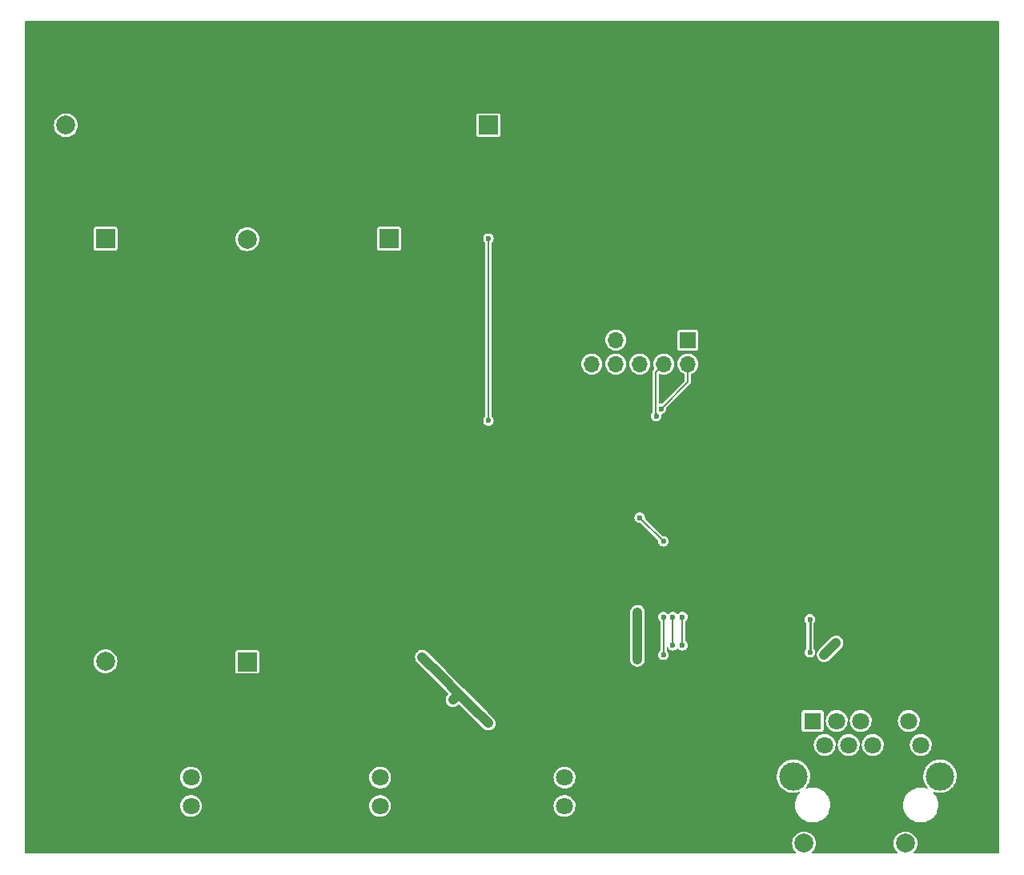
<source format=gbr>
%TF.GenerationSoftware,KiCad,Pcbnew,6.0.2+dfsg-1*%
%TF.CreationDate,2023-05-23T16:54:32-05:00*%
%TF.ProjectId,ethernet,65746865-726e-4657-942e-6b696361645f,rev?*%
%TF.SameCoordinates,Original*%
%TF.FileFunction,Copper,L2,Bot*%
%TF.FilePolarity,Positive*%
%FSLAX46Y46*%
G04 Gerber Fmt 4.6, Leading zero omitted, Abs format (unit mm)*
G04 Created by KiCad (PCBNEW 6.0.2+dfsg-1) date 2023-05-23 16:54:32*
%MOMM*%
%LPD*%
G01*
G04 APERTURE LIST*
%TA.AperFunction,SMDPad,CuDef*%
%ADD10R,2.665000X4.190000*%
%TD*%
%TA.AperFunction,SMDPad,CuDef*%
%ADD11R,0.460000X0.890000*%
%TD*%
%TA.AperFunction,ComponentPad*%
%ADD12C,0.970000*%
%TD*%
%TA.AperFunction,ComponentPad*%
%ADD13R,2.000000X2.000000*%
%TD*%
%TA.AperFunction,ComponentPad*%
%ADD14C,2.000000*%
%TD*%
%TA.AperFunction,ComponentPad*%
%ADD15R,1.800000X1.800000*%
%TD*%
%TA.AperFunction,ComponentPad*%
%ADD16C,1.800000*%
%TD*%
%TA.AperFunction,ComponentPad*%
%ADD17C,3.000000*%
%TD*%
%TA.AperFunction,ComponentPad*%
%ADD18R,1.700000X1.700000*%
%TD*%
%TA.AperFunction,ComponentPad*%
%ADD19O,1.700000X1.700000*%
%TD*%
%TA.AperFunction,ViaPad*%
%ADD20C,0.600000*%
%TD*%
%TA.AperFunction,ViaPad*%
%ADD21C,0.800000*%
%TD*%
%TA.AperFunction,Conductor*%
%ADD22C,0.254000*%
%TD*%
%TA.AperFunction,Conductor*%
%ADD23C,0.152400*%
%TD*%
%TA.AperFunction,Conductor*%
%ADD24C,1.016000*%
%TD*%
G04 APERTURE END LIST*
D10*
%TO.P,J2,2,Ext*%
%TO.N,GND*%
X120492500Y-137000000D03*
D11*
X120492500Y-134460000D03*
D10*
X113507500Y-137000000D03*
D11*
X113507500Y-134460000D03*
D12*
X113507500Y-134015000D03*
X120492500Y-134015000D03*
%TD*%
D13*
%TO.P,BT1,1,+*%
%TO.N,Net-(BT1-Pad1)*%
X89500000Y-74000000D03*
D14*
%TO.P,BT1,2,-*%
%TO.N,GND*%
X89500000Y-118700000D03*
%TD*%
D13*
%TO.P,BT2,1,+*%
%TO.N,Net-(BT2-Pad1)*%
X74500000Y-118750000D03*
D14*
%TO.P,BT2,2,-*%
%TO.N,Net-(BT1-Pad1)*%
X74500000Y-74050000D03*
%TD*%
D10*
%TO.P,J6,2,Ext*%
%TO.N,GND*%
X80492500Y-137000000D03*
D11*
X80492500Y-134460000D03*
D12*
X73507500Y-134015000D03*
D11*
X73507500Y-134460000D03*
D12*
X80492500Y-134015000D03*
D10*
X73507500Y-137000000D03*
%TD*%
D15*
%TO.P,D2,1,K*%
%TO.N,GND*%
X105500000Y-134000000D03*
D16*
%TO.P,D2,2,A*%
%TO.N,Net-(D2-Pad2)*%
X108040000Y-134000000D03*
%TD*%
D12*
%TO.P,J5,2,Ext*%
%TO.N,GND*%
X100492500Y-134015000D03*
D10*
X100492500Y-137000000D03*
X93507500Y-137000000D03*
D12*
X93507500Y-134015000D03*
D11*
X100492500Y-134460000D03*
X93507500Y-134460000D03*
%TD*%
D15*
%TO.P,J1,1,TD+*%
%TO.N,Net-(J1-Pad1)*%
X134290000Y-125005000D03*
D16*
%TO.P,J1,2,TD-*%
%TO.N,Net-(J1-Pad2)*%
X135560000Y-127545000D03*
%TO.P,J1,3,RD+*%
%TO.N,Net-(J1-Pad3)*%
X136830000Y-125005000D03*
%TO.P,J1,4,CT*%
%TO.N,+3V3*%
X138100000Y-127545000D03*
%TO.P,J1,5,CT*%
X139370000Y-125005000D03*
%TO.P,J1,6,RD-*%
%TO.N,Net-(J1-Pad6)*%
X140640000Y-127545000D03*
%TO.P,J1,7,7*%
%TO.N,GND*%
X141910000Y-125005000D03*
%TO.P,J1,9,V+*%
%TO.N,+POE*%
X144450000Y-125005000D03*
%TO.P,J1,10,V-*%
%TO.N,-POE*%
X145720000Y-127545000D03*
D14*
%TO.P,J1,11,LLED+*%
%TO.N,Net-(J1-Pad11)*%
X133370000Y-137955000D03*
%TO.P,J1,12,LLED-*%
%TO.N,GND*%
X135910000Y-137955000D03*
%TO.P,J1,13,RLED+*%
%TO.N,Net-(J1-Pad13)*%
X144090000Y-137955000D03*
%TO.P,J1,14,RLED-*%
%TO.N,GND*%
X146630000Y-137955000D03*
D17*
%TO.P,J1,15,SHIELD*%
%TO.N,Net-(C13-Pad1)*%
X147750000Y-130845000D03*
X132250000Y-130845000D03*
%TD*%
D15*
%TO.P,D3,1,K*%
%TO.N,GND*%
X86000000Y-131000000D03*
D16*
%TO.P,D3,2,A*%
%TO.N,Net-(D3-Pad2)*%
X88540000Y-131000000D03*
%TD*%
D15*
%TO.P,D6,1,K*%
%TO.N,GND*%
X66000000Y-134000000D03*
D16*
%TO.P,D6,2,A*%
%TO.N,Net-(D6-Pad2)*%
X68540000Y-134000000D03*
%TD*%
D13*
%TO.P,BT4,1,+*%
%TO.N,+BATT*%
X100000000Y-62000000D03*
D14*
%TO.P,BT4,2,-*%
%TO.N,Net-(BT3-Pad1)*%
X55300000Y-62000000D03*
%TD*%
D15*
%TO.P,D5,1,K*%
%TO.N,GND*%
X66000000Y-131000000D03*
D16*
%TO.P,D5,2,A*%
%TO.N,Net-(D5-Pad2)*%
X68540000Y-131000000D03*
%TD*%
D18*
%TO.P,J3,1,VTref*%
%TO.N,+3V3*%
X121075000Y-84725000D03*
D19*
%TO.P,J3,2,SWDIO/TMS*%
%TO.N,Net-(J3-Pad2)*%
X121075000Y-87265000D03*
%TO.P,J3,3,GND*%
%TO.N,GND*%
X118535000Y-84725000D03*
%TO.P,J3,4,SWDCLK/TCK*%
%TO.N,Net-(J3-Pad4)*%
X118535000Y-87265000D03*
%TO.P,J3,5,GND*%
%TO.N,GND*%
X115995000Y-84725000D03*
%TO.P,J3,6,SWO/TDO*%
%TO.N,Net-(J3-Pad6)*%
X115995000Y-87265000D03*
%TO.P,J3,7,KEY*%
%TO.N,unconnected-(J3-Pad7)*%
X113455000Y-84725000D03*
%TO.P,J3,8,NC/TDI*%
%TO.N,Net-(J3-Pad8)*%
X113455000Y-87265000D03*
%TO.P,J3,9,GNDDetect*%
%TO.N,GND*%
X110915000Y-84725000D03*
%TO.P,J3,10,~{RESET}*%
%TO.N,~{RST}*%
X110915000Y-87265000D03*
%TD*%
D15*
%TO.P,D1,1,K*%
%TO.N,GND*%
X105500000Y-131000000D03*
D16*
%TO.P,D1,2,A*%
%TO.N,Net-(D1-Pad2)*%
X108040000Y-131000000D03*
%TD*%
D13*
%TO.P,BT3,1,+*%
%TO.N,Net-(BT3-Pad1)*%
X59500000Y-74000000D03*
D14*
%TO.P,BT3,2,-*%
%TO.N,Net-(BT2-Pad1)*%
X59500000Y-118700000D03*
%TD*%
D15*
%TO.P,D4,1,K*%
%TO.N,GND*%
X86000000Y-134000000D03*
D16*
%TO.P,D4,2,A*%
%TO.N,Net-(D4-Pad2)*%
X88540000Y-134000000D03*
%TD*%
D20*
%TO.N,Net-(J1-Pad1)*%
X134000000Y-117750000D03*
X134000000Y-114250000D03*
%TO.N,GND*%
X126500000Y-73250000D03*
D21*
X100500000Y-129750000D03*
X150000000Y-124000000D03*
D20*
X115500000Y-56750000D03*
D21*
X126000000Y-82000000D03*
X127000000Y-88750000D03*
X151000000Y-124000000D03*
D20*
X113750000Y-107500000D03*
X114750000Y-56750000D03*
X105750000Y-72750000D03*
D21*
X130000000Y-114000000D03*
X136000000Y-107000000D03*
X103500000Y-118000000D03*
X107000000Y-66750000D03*
D20*
X114750000Y-56000000D03*
D21*
X153500000Y-124000000D03*
X112000000Y-129500000D03*
D20*
X106750000Y-70750000D03*
D21*
X128000000Y-105500000D03*
X111300000Y-94000000D03*
D20*
X133000000Y-104500000D03*
D21*
X120000000Y-131000000D03*
X133000000Y-93500000D03*
X126500000Y-98750000D03*
D20*
X114000000Y-55250000D03*
D21*
X100000000Y-101750000D03*
X126250000Y-88000000D03*
D20*
X106750000Y-72750000D03*
D21*
X115000000Y-96750000D03*
X109500000Y-66750000D03*
X92000000Y-127500000D03*
X121000000Y-131000000D03*
X131500000Y-92750000D03*
D20*
X133000000Y-100750000D03*
D21*
X114500000Y-126250000D03*
D20*
X114000000Y-56000000D03*
D21*
X114500000Y-128500000D03*
X75250000Y-131500000D03*
D20*
X109250000Y-72750000D03*
D21*
X102500000Y-118000000D03*
X126000000Y-107500000D03*
X110500000Y-110000000D03*
D20*
X102750000Y-74250000D03*
X108250000Y-71750000D03*
D21*
X113500000Y-129500000D03*
D20*
X106750000Y-71750000D03*
X103500000Y-74250000D03*
D21*
X110500000Y-66750000D03*
D20*
X104250000Y-74250000D03*
X114750000Y-55250000D03*
X114000000Y-56750000D03*
D21*
X125250000Y-117750000D03*
X104500000Y-118000000D03*
X134000000Y-82000000D03*
X101500000Y-129750000D03*
X111300000Y-95000000D03*
D20*
X115500000Y-55250000D03*
D21*
X109750000Y-99000000D03*
X113500000Y-111250000D03*
D20*
X115750000Y-109500000D03*
D21*
X124250000Y-117750000D03*
X106000000Y-66750000D03*
X113500000Y-112250000D03*
X98000000Y-125750000D03*
D20*
X119500000Y-63500000D03*
D21*
X134250000Y-94500000D03*
X92000000Y-128500000D03*
X133000000Y-92000000D03*
D20*
X108250000Y-70750000D03*
D21*
X129000000Y-114000000D03*
D20*
X118500000Y-63500000D03*
X129000000Y-104500000D03*
X125500000Y-73250000D03*
X123750000Y-77750000D03*
D21*
X152500000Y-124000000D03*
D20*
X115500000Y-56000000D03*
D21*
X81000000Y-126000000D03*
X111300000Y-96500000D03*
D20*
X108250000Y-72750000D03*
D21*
X109500000Y-110000000D03*
X108750000Y-99000000D03*
X135000000Y-95250000D03*
X111300000Y-97500000D03*
X74250000Y-131500000D03*
D20*
%TO.N,Net-(J3-Pad2)*%
X118250000Y-92000000D03*
%TO.N,Net-(J3-Pad4)*%
X117750000Y-92750000D03*
%TO.N,+3V3*%
X96250000Y-122750000D03*
D21*
X100000000Y-125250000D03*
X95000000Y-120250000D03*
X135500000Y-118000000D03*
X115750000Y-118500000D03*
X93000000Y-118250000D03*
X98250000Y-123500000D03*
X115750000Y-113500000D03*
X136750000Y-116750000D03*
D20*
%TO.N,uPPS*%
X116000000Y-103500000D03*
X118500000Y-106000000D03*
%TO.N,+BATT*%
X100000000Y-93250000D03*
X100000000Y-74000000D03*
%TO.N,Net-(U1-Pad31)*%
X119500000Y-114000000D03*
X119500000Y-117000000D03*
%TO.N,Net-(U1-Pad32)*%
X120500000Y-117000000D03*
X120500000Y-114000000D03*
%TO.N,GPS_LED*%
X118500000Y-118000000D03*
X118500000Y-114000000D03*
%TD*%
D22*
%TO.N,Net-(J1-Pad1)*%
X134000000Y-114250000D02*
X134000000Y-117750000D01*
D23*
%TO.N,Net-(J3-Pad2)*%
X121075000Y-89175000D02*
X121075000Y-87265000D01*
X118250000Y-92000000D02*
X121075000Y-89175000D01*
%TO.N,Net-(J3-Pad4)*%
X117750000Y-92750000D02*
X117750000Y-92500000D01*
X117674289Y-92424289D02*
X117674289Y-88125711D01*
X117674289Y-88125711D02*
X118535000Y-87265000D01*
X117750000Y-92500000D02*
X117674289Y-92424289D01*
D24*
%TO.N,+3V3*%
X95000000Y-120250000D02*
X96875000Y-122125000D01*
X96250000Y-122750000D02*
X96875000Y-122125000D01*
X98250000Y-123500000D02*
X100000000Y-125250000D01*
X136750000Y-116750000D02*
X135500000Y-118000000D01*
X115750000Y-113500000D02*
X115750000Y-118500000D01*
X93000000Y-118250000D02*
X95000000Y-120250000D01*
X96875000Y-122125000D02*
X98250000Y-123500000D01*
D23*
%TO.N,uPPS*%
X116000000Y-103500000D02*
X118500000Y-106000000D01*
%TO.N,+BATT*%
X100000000Y-74000000D02*
X100000000Y-93250000D01*
%TO.N,Net-(U1-Pad31)*%
X119500000Y-114000000D02*
X119500000Y-117000000D01*
%TO.N,Net-(U1-Pad32)*%
X120500000Y-114000000D02*
X120500000Y-117000000D01*
%TO.N,GPS_LED*%
X118500000Y-118000000D02*
X118500000Y-114000000D01*
%TD*%
%TA.AperFunction,Conductor*%
%TO.N,GND*%
G36*
X153973138Y-51017593D02*
G01*
X153998858Y-51062142D01*
X154000000Y-51075200D01*
X154000000Y-138924800D01*
X153982407Y-138973138D01*
X153937858Y-138998858D01*
X153924800Y-139000000D01*
X145000679Y-139000000D01*
X144952341Y-138982407D01*
X144926621Y-138937858D01*
X144935554Y-138887200D01*
X144947505Y-138871626D01*
X145054674Y-138764457D01*
X145180579Y-138584646D01*
X145273347Y-138385703D01*
X145330161Y-138173674D01*
X145349292Y-137955000D01*
X145330161Y-137736326D01*
X145273347Y-137524297D01*
X145180579Y-137325354D01*
X145054674Y-137145543D01*
X144899457Y-136990326D01*
X144719646Y-136864421D01*
X144520703Y-136771653D01*
X144517540Y-136770805D01*
X144517536Y-136770804D01*
X144414688Y-136743246D01*
X144308674Y-136714839D01*
X144090000Y-136695708D01*
X143871326Y-136714839D01*
X143765311Y-136743246D01*
X143662464Y-136770804D01*
X143662460Y-136770805D01*
X143659297Y-136771653D01*
X143460354Y-136864421D01*
X143280543Y-136990326D01*
X143125326Y-137145543D01*
X142999421Y-137325354D01*
X142906653Y-137524297D01*
X142849839Y-137736326D01*
X142830708Y-137955000D01*
X142849839Y-138173674D01*
X142906653Y-138385703D01*
X142999421Y-138584646D01*
X143125326Y-138764457D01*
X143232495Y-138871626D01*
X143254235Y-138918246D01*
X143240921Y-138967933D01*
X143198784Y-138997438D01*
X143179321Y-139000000D01*
X134280679Y-139000000D01*
X134232341Y-138982407D01*
X134206621Y-138937858D01*
X134215554Y-138887200D01*
X134227505Y-138871626D01*
X134334674Y-138764457D01*
X134460579Y-138584646D01*
X134553347Y-138385703D01*
X134610161Y-138173674D01*
X134629292Y-137955000D01*
X134610161Y-137736326D01*
X134553347Y-137524297D01*
X134460579Y-137325354D01*
X134334674Y-137145543D01*
X134179457Y-136990326D01*
X133999646Y-136864421D01*
X133800703Y-136771653D01*
X133797540Y-136770805D01*
X133797536Y-136770804D01*
X133694688Y-136743246D01*
X133588674Y-136714839D01*
X133370000Y-136695708D01*
X133151326Y-136714839D01*
X133045311Y-136743246D01*
X132942464Y-136770804D01*
X132942460Y-136770805D01*
X132939297Y-136771653D01*
X132740354Y-136864421D01*
X132560543Y-136990326D01*
X132405326Y-137145543D01*
X132279421Y-137325354D01*
X132186653Y-137524297D01*
X132129839Y-137736326D01*
X132110708Y-137955000D01*
X132129839Y-138173674D01*
X132186653Y-138385703D01*
X132279421Y-138584646D01*
X132405326Y-138764457D01*
X132512495Y-138871626D01*
X132534235Y-138918246D01*
X132520921Y-138967933D01*
X132478784Y-138997438D01*
X132459321Y-139000000D01*
X51075200Y-139000000D01*
X51026862Y-138982407D01*
X51001142Y-138937858D01*
X51000000Y-138924800D01*
X51000000Y-133969649D01*
X67380951Y-133969649D01*
X67394829Y-134181377D01*
X67447058Y-134387031D01*
X67535890Y-134579723D01*
X67537886Y-134582547D01*
X67656360Y-134750185D01*
X67656363Y-134750189D01*
X67658350Y-134753000D01*
X67810337Y-134901059D01*
X67813197Y-134902970D01*
X67983899Y-135017030D01*
X67983904Y-135017033D01*
X67986760Y-135018941D01*
X67989922Y-135020300D01*
X67989923Y-135020300D01*
X68178545Y-135101339D01*
X68178547Y-135101340D01*
X68181711Y-135102699D01*
X68388662Y-135149527D01*
X68511009Y-135154334D01*
X68597237Y-135157722D01*
X68597240Y-135157722D01*
X68600681Y-135157857D01*
X68604086Y-135157363D01*
X68604091Y-135157363D01*
X68752745Y-135135808D01*
X68810667Y-135127410D01*
X68813937Y-135126300D01*
X69008326Y-135060315D01*
X69008330Y-135060313D01*
X69011589Y-135059207D01*
X69196717Y-134955530D01*
X69359852Y-134819852D01*
X69495530Y-134656717D01*
X69599207Y-134471589D01*
X69600929Y-134466518D01*
X69666300Y-134273937D01*
X69667410Y-134270667D01*
X69697857Y-134060681D01*
X69699446Y-134000000D01*
X69696657Y-133969649D01*
X87380951Y-133969649D01*
X87394829Y-134181377D01*
X87447058Y-134387031D01*
X87535890Y-134579723D01*
X87537886Y-134582547D01*
X87656360Y-134750185D01*
X87656363Y-134750189D01*
X87658350Y-134753000D01*
X87810337Y-134901059D01*
X87813197Y-134902970D01*
X87983899Y-135017030D01*
X87983904Y-135017033D01*
X87986760Y-135018941D01*
X87989922Y-135020300D01*
X87989923Y-135020300D01*
X88178545Y-135101339D01*
X88178547Y-135101340D01*
X88181711Y-135102699D01*
X88388662Y-135149527D01*
X88511009Y-135154334D01*
X88597237Y-135157722D01*
X88597240Y-135157722D01*
X88600681Y-135157857D01*
X88604086Y-135157363D01*
X88604091Y-135157363D01*
X88752745Y-135135808D01*
X88810667Y-135127410D01*
X88813937Y-135126300D01*
X89008326Y-135060315D01*
X89008330Y-135060313D01*
X89011589Y-135059207D01*
X89196717Y-134955530D01*
X89359852Y-134819852D01*
X89495530Y-134656717D01*
X89599207Y-134471589D01*
X89600929Y-134466518D01*
X89666300Y-134273937D01*
X89667410Y-134270667D01*
X89697857Y-134060681D01*
X89699446Y-134000000D01*
X89696657Y-133969649D01*
X106880951Y-133969649D01*
X106894829Y-134181377D01*
X106947058Y-134387031D01*
X107035890Y-134579723D01*
X107037886Y-134582547D01*
X107156360Y-134750185D01*
X107156363Y-134750189D01*
X107158350Y-134753000D01*
X107310337Y-134901059D01*
X107313197Y-134902970D01*
X107483899Y-135017030D01*
X107483904Y-135017033D01*
X107486760Y-135018941D01*
X107489922Y-135020300D01*
X107489923Y-135020300D01*
X107678545Y-135101339D01*
X107678547Y-135101340D01*
X107681711Y-135102699D01*
X107888662Y-135149527D01*
X108011009Y-135154334D01*
X108097237Y-135157722D01*
X108097240Y-135157722D01*
X108100681Y-135157857D01*
X108104086Y-135157363D01*
X108104091Y-135157363D01*
X108252745Y-135135808D01*
X108310667Y-135127410D01*
X108313937Y-135126300D01*
X108508326Y-135060315D01*
X108508330Y-135060313D01*
X108511589Y-135059207D01*
X108696717Y-134955530D01*
X108859852Y-134819852D01*
X108995530Y-134656717D01*
X109099207Y-134471589D01*
X109100929Y-134466518D01*
X109166300Y-134273937D01*
X109167410Y-134270667D01*
X109197857Y-134060681D01*
X109199446Y-134000000D01*
X109180031Y-133788708D01*
X109122436Y-133584492D01*
X109028590Y-133394191D01*
X108901636Y-133224179D01*
X108745826Y-133080150D01*
X108740129Y-133076555D01*
X108689581Y-133044662D01*
X108566377Y-132966926D01*
X108424158Y-132910186D01*
X108372509Y-132889580D01*
X108372506Y-132889579D01*
X108369300Y-132888300D01*
X108365919Y-132887628D01*
X108365914Y-132887626D01*
X108164578Y-132847579D01*
X108164579Y-132847579D01*
X108161195Y-132846906D01*
X108026672Y-132845145D01*
X107952473Y-132844173D01*
X107952472Y-132844173D01*
X107949031Y-132844128D01*
X107945639Y-132844711D01*
X107945637Y-132844711D01*
X107743305Y-132879478D01*
X107743303Y-132879478D01*
X107739913Y-132880061D01*
X107540846Y-132953501D01*
X107358495Y-133061988D01*
X107198968Y-133201890D01*
X107067607Y-133368520D01*
X107066004Y-133371567D01*
X107066002Y-133371570D01*
X107050114Y-133401768D01*
X106968812Y-133556299D01*
X106905891Y-133758938D01*
X106880951Y-133969649D01*
X89696657Y-133969649D01*
X89680031Y-133788708D01*
X89622436Y-133584492D01*
X89528590Y-133394191D01*
X89401636Y-133224179D01*
X89245826Y-133080150D01*
X89240129Y-133076555D01*
X89189581Y-133044662D01*
X89066377Y-132966926D01*
X88924158Y-132910186D01*
X88872509Y-132889580D01*
X88872506Y-132889579D01*
X88869300Y-132888300D01*
X88865919Y-132887628D01*
X88865914Y-132887626D01*
X88664578Y-132847579D01*
X88664579Y-132847579D01*
X88661195Y-132846906D01*
X88526672Y-132845145D01*
X88452473Y-132844173D01*
X88452472Y-132844173D01*
X88449031Y-132844128D01*
X88445639Y-132844711D01*
X88445637Y-132844711D01*
X88243305Y-132879478D01*
X88243303Y-132879478D01*
X88239913Y-132880061D01*
X88040846Y-132953501D01*
X87858495Y-133061988D01*
X87698968Y-133201890D01*
X87567607Y-133368520D01*
X87566004Y-133371567D01*
X87566002Y-133371570D01*
X87550114Y-133401768D01*
X87468812Y-133556299D01*
X87405891Y-133758938D01*
X87380951Y-133969649D01*
X69696657Y-133969649D01*
X69680031Y-133788708D01*
X69622436Y-133584492D01*
X69528590Y-133394191D01*
X69401636Y-133224179D01*
X69245826Y-133080150D01*
X69240129Y-133076555D01*
X69189581Y-133044662D01*
X69066377Y-132966926D01*
X68924158Y-132910186D01*
X68872509Y-132889580D01*
X68872506Y-132889579D01*
X68869300Y-132888300D01*
X68865919Y-132887628D01*
X68865914Y-132887626D01*
X68664578Y-132847579D01*
X68664579Y-132847579D01*
X68661195Y-132846906D01*
X68526672Y-132845145D01*
X68452473Y-132844173D01*
X68452472Y-132844173D01*
X68449031Y-132844128D01*
X68445639Y-132844711D01*
X68445637Y-132844711D01*
X68243305Y-132879478D01*
X68243303Y-132879478D01*
X68239913Y-132880061D01*
X68040846Y-132953501D01*
X67858495Y-133061988D01*
X67698968Y-133201890D01*
X67567607Y-133368520D01*
X67566004Y-133371567D01*
X67566002Y-133371570D01*
X67550114Y-133401768D01*
X67468812Y-133556299D01*
X67405891Y-133758938D01*
X67380951Y-133969649D01*
X51000000Y-133969649D01*
X51000000Y-130969649D01*
X67380951Y-130969649D01*
X67394829Y-131181377D01*
X67447058Y-131387031D01*
X67535890Y-131579723D01*
X67537886Y-131582547D01*
X67656360Y-131750185D01*
X67656363Y-131750189D01*
X67658350Y-131753000D01*
X67810337Y-131901059D01*
X67813197Y-131902970D01*
X67983899Y-132017030D01*
X67983904Y-132017033D01*
X67986760Y-132018941D01*
X67989922Y-132020300D01*
X67989923Y-132020300D01*
X68178545Y-132101339D01*
X68178547Y-132101340D01*
X68181711Y-132102699D01*
X68388662Y-132149527D01*
X68511009Y-132154334D01*
X68597237Y-132157722D01*
X68597240Y-132157722D01*
X68600681Y-132157857D01*
X68604086Y-132157363D01*
X68604091Y-132157363D01*
X68779976Y-132131860D01*
X68810667Y-132127410D01*
X68853009Y-132113037D01*
X69008326Y-132060315D01*
X69008330Y-132060313D01*
X69011589Y-132059207D01*
X69196717Y-131955530D01*
X69359852Y-131819852D01*
X69495530Y-131656717D01*
X69599207Y-131471589D01*
X69606772Y-131449305D01*
X69666300Y-131273937D01*
X69667410Y-131270667D01*
X69697857Y-131060681D01*
X69699446Y-131000000D01*
X69696657Y-130969649D01*
X87380951Y-130969649D01*
X87394829Y-131181377D01*
X87447058Y-131387031D01*
X87535890Y-131579723D01*
X87537886Y-131582547D01*
X87656360Y-131750185D01*
X87656363Y-131750189D01*
X87658350Y-131753000D01*
X87810337Y-131901059D01*
X87813197Y-131902970D01*
X87983899Y-132017030D01*
X87983904Y-132017033D01*
X87986760Y-132018941D01*
X87989922Y-132020300D01*
X87989923Y-132020300D01*
X88178545Y-132101339D01*
X88178547Y-132101340D01*
X88181711Y-132102699D01*
X88388662Y-132149527D01*
X88511009Y-132154334D01*
X88597237Y-132157722D01*
X88597240Y-132157722D01*
X88600681Y-132157857D01*
X88604086Y-132157363D01*
X88604091Y-132157363D01*
X88779976Y-132131860D01*
X88810667Y-132127410D01*
X88853009Y-132113037D01*
X89008326Y-132060315D01*
X89008330Y-132060313D01*
X89011589Y-132059207D01*
X89196717Y-131955530D01*
X89359852Y-131819852D01*
X89495530Y-131656717D01*
X89599207Y-131471589D01*
X89606772Y-131449305D01*
X89666300Y-131273937D01*
X89667410Y-131270667D01*
X89697857Y-131060681D01*
X89699446Y-131000000D01*
X89696657Y-130969649D01*
X106880951Y-130969649D01*
X106894829Y-131181377D01*
X106947058Y-131387031D01*
X107035890Y-131579723D01*
X107037886Y-131582547D01*
X107156360Y-131750185D01*
X107156363Y-131750189D01*
X107158350Y-131753000D01*
X107310337Y-131901059D01*
X107313197Y-131902970D01*
X107483899Y-132017030D01*
X107483904Y-132017033D01*
X107486760Y-132018941D01*
X107489922Y-132020300D01*
X107489923Y-132020300D01*
X107678545Y-132101339D01*
X107678547Y-132101340D01*
X107681711Y-132102699D01*
X107888662Y-132149527D01*
X108011009Y-132154334D01*
X108097237Y-132157722D01*
X108097240Y-132157722D01*
X108100681Y-132157857D01*
X108104086Y-132157363D01*
X108104091Y-132157363D01*
X108279976Y-132131860D01*
X108310667Y-132127410D01*
X108353009Y-132113037D01*
X108508326Y-132060315D01*
X108508330Y-132060313D01*
X108511589Y-132059207D01*
X108696717Y-131955530D01*
X108859852Y-131819852D01*
X108995530Y-131656717D01*
X109099207Y-131471589D01*
X109106772Y-131449305D01*
X109166300Y-131273937D01*
X109167410Y-131270667D01*
X109197857Y-131060681D01*
X109199446Y-131000000D01*
X109180972Y-130798944D01*
X130491183Y-130798944D01*
X130503694Y-131059419D01*
X130504239Y-131062157D01*
X130504239Y-131062160D01*
X130545714Y-131270667D01*
X130554569Y-131315185D01*
X130642690Y-131560621D01*
X130644013Y-131563083D01*
X130746059Y-131753000D01*
X130766120Y-131790336D01*
X130922149Y-131999283D01*
X130924132Y-132001248D01*
X130924133Y-132001250D01*
X131105371Y-132180914D01*
X131105377Y-132180919D01*
X131107348Y-132182873D01*
X131109589Y-132184516D01*
X131109590Y-132184517D01*
X131223993Y-132268401D01*
X131317649Y-132337073D01*
X131320117Y-132338371D01*
X131320121Y-132338374D01*
X131445153Y-132404156D01*
X131548433Y-132458494D01*
X131551058Y-132459411D01*
X131551061Y-132459412D01*
X131791996Y-132543550D01*
X131792002Y-132543552D01*
X131794629Y-132544469D01*
X132050828Y-132593110D01*
X132162472Y-132597497D01*
X132308617Y-132603239D01*
X132308623Y-132603239D01*
X132311403Y-132603348D01*
X132486463Y-132584176D01*
X132567855Y-132575262D01*
X132567858Y-132575262D01*
X132570629Y-132574958D01*
X132601657Y-132566789D01*
X132820108Y-132509276D01*
X132820112Y-132509274D01*
X132822811Y-132508564D01*
X132868681Y-132488857D01*
X132920037Y-132485941D01*
X132961254Y-132516718D01*
X132973044Y-132566789D01*
X132952139Y-132610518D01*
X132869751Y-132694797D01*
X132711370Y-132912390D01*
X132710103Y-132914798D01*
X132710100Y-132914803D01*
X132623107Y-133080150D01*
X132586059Y-133150567D01*
X132496443Y-133404338D01*
X132444399Y-133668389D01*
X132444264Y-133671104D01*
X132444263Y-133671111D01*
X132438409Y-133788708D01*
X132431018Y-133937186D01*
X132431277Y-133939900D01*
X132431277Y-133939904D01*
X132456320Y-134202388D01*
X132456579Y-134205100D01*
X132520547Y-134466518D01*
X132521566Y-134469033D01*
X132521567Y-134469037D01*
X132620563Y-134713445D01*
X132621583Y-134715963D01*
X132622958Y-134718311D01*
X132717522Y-134879814D01*
X132757569Y-134948210D01*
X132759270Y-134950336D01*
X132759272Y-134950340D01*
X132763423Y-134955530D01*
X132925658Y-135158395D01*
X132927652Y-135160257D01*
X132927655Y-135160261D01*
X133061950Y-135285712D01*
X133122327Y-135342113D01*
X133343457Y-135495516D01*
X133345891Y-135496727D01*
X133345898Y-135496731D01*
X133581969Y-135614174D01*
X133581973Y-135614176D01*
X133584416Y-135615391D01*
X133840156Y-135699227D01*
X134105319Y-135745267D01*
X134190348Y-135749500D01*
X134358374Y-135749500D01*
X134558425Y-135734985D01*
X134821226Y-135676963D01*
X134823768Y-135676000D01*
X134823771Y-135675999D01*
X135070354Y-135582578D01*
X135070359Y-135582576D01*
X135072900Y-135581613D01*
X135157534Y-135534603D01*
X135305796Y-135452251D01*
X135305799Y-135452249D01*
X135308172Y-135450931D01*
X135310328Y-135449286D01*
X135310332Y-135449283D01*
X135519960Y-135289300D01*
X135519965Y-135289296D01*
X135522116Y-135287654D01*
X135710249Y-135095203D01*
X135868630Y-134877610D01*
X135932927Y-134755403D01*
X135992674Y-134641842D01*
X135992676Y-134641837D01*
X135993941Y-134639433D01*
X136083557Y-134385662D01*
X136135601Y-134121611D01*
X136138526Y-134062867D01*
X136144782Y-133937186D01*
X143861018Y-133937186D01*
X143861277Y-133939900D01*
X143861277Y-133939904D01*
X143886320Y-134202388D01*
X143886579Y-134205100D01*
X143950547Y-134466518D01*
X143951566Y-134469033D01*
X143951567Y-134469037D01*
X144050563Y-134713445D01*
X144051583Y-134715963D01*
X144052958Y-134718311D01*
X144147522Y-134879814D01*
X144187569Y-134948210D01*
X144189270Y-134950336D01*
X144189272Y-134950340D01*
X144193423Y-134955530D01*
X144355658Y-135158395D01*
X144357652Y-135160257D01*
X144357655Y-135160261D01*
X144491950Y-135285712D01*
X144552327Y-135342113D01*
X144773457Y-135495516D01*
X144775891Y-135496727D01*
X144775898Y-135496731D01*
X145011969Y-135614174D01*
X145011973Y-135614176D01*
X145014416Y-135615391D01*
X145270156Y-135699227D01*
X145535319Y-135745267D01*
X145620348Y-135749500D01*
X145788374Y-135749500D01*
X145988425Y-135734985D01*
X146251226Y-135676963D01*
X146253768Y-135676000D01*
X146253771Y-135675999D01*
X146500354Y-135582578D01*
X146500359Y-135582576D01*
X146502900Y-135581613D01*
X146587534Y-135534603D01*
X146735796Y-135452251D01*
X146735799Y-135452249D01*
X146738172Y-135450931D01*
X146740328Y-135449286D01*
X146740332Y-135449283D01*
X146949960Y-135289300D01*
X146949965Y-135289296D01*
X146952116Y-135287654D01*
X147140249Y-135095203D01*
X147298630Y-134877610D01*
X147362927Y-134755403D01*
X147422674Y-134641842D01*
X147422676Y-134641837D01*
X147423941Y-134639433D01*
X147513557Y-134385662D01*
X147565601Y-134121611D01*
X147568526Y-134062867D01*
X147578846Y-133855541D01*
X147578982Y-133852814D01*
X147573194Y-133792141D01*
X147553680Y-133587612D01*
X147553679Y-133587609D01*
X147553421Y-133584900D01*
X147546423Y-133556299D01*
X147501220Y-133371570D01*
X147489453Y-133323482D01*
X147420454Y-133153131D01*
X147389437Y-133076555D01*
X147389436Y-133076554D01*
X147388417Y-133074037D01*
X147293769Y-132912390D01*
X147253809Y-132844143D01*
X147253807Y-132844140D01*
X147252431Y-132841790D01*
X147084342Y-132631605D01*
X147082348Y-132629743D01*
X147082345Y-132629739D01*
X147070601Y-132618769D01*
X147047288Y-132572916D01*
X147058903Y-132522804D01*
X147100011Y-132491883D01*
X147146728Y-132492820D01*
X147291996Y-132543550D01*
X147292002Y-132543552D01*
X147294629Y-132544469D01*
X147550828Y-132593110D01*
X147662472Y-132597497D01*
X147808617Y-132603239D01*
X147808623Y-132603239D01*
X147811403Y-132603348D01*
X147986463Y-132584176D01*
X148067855Y-132575262D01*
X148067858Y-132575262D01*
X148070629Y-132574958D01*
X148101657Y-132566789D01*
X148320108Y-132509276D01*
X148320112Y-132509274D01*
X148322811Y-132508564D01*
X148562410Y-132405625D01*
X148784161Y-132268401D01*
X148983194Y-132099907D01*
X148990460Y-132091622D01*
X149153292Y-131905947D01*
X149153294Y-131905944D01*
X149155135Y-131903845D01*
X149158472Y-131898658D01*
X149294695Y-131686875D01*
X149296208Y-131684523D01*
X149403314Y-131446757D01*
X149474099Y-131195772D01*
X149491285Y-131060681D01*
X149506772Y-130938947D01*
X149506773Y-130938939D01*
X149507009Y-130937081D01*
X149509420Y-130845000D01*
X149490094Y-130584941D01*
X149441814Y-130371570D01*
X149433159Y-130333320D01*
X149433157Y-130333315D01*
X149432542Y-130330595D01*
X149431529Y-130327989D01*
X149339039Y-130090151D01*
X149339036Y-130090145D01*
X149338027Y-130087550D01*
X149314417Y-130046240D01*
X149210009Y-129863567D01*
X149208625Y-129861145D01*
X149047180Y-129656353D01*
X148857239Y-129477674D01*
X148642973Y-129329032D01*
X148409090Y-129213694D01*
X148406436Y-129212845D01*
X148406430Y-129212842D01*
X148163384Y-129135043D01*
X148163382Y-129135042D01*
X148160728Y-129134193D01*
X147903344Y-129092275D01*
X147900557Y-129092239D01*
X147900551Y-129092238D01*
X147772967Y-129090569D01*
X147642590Y-129088862D01*
X147639821Y-129089239D01*
X147639819Y-129089239D01*
X147614205Y-129092725D01*
X147384196Y-129124028D01*
X147133838Y-129197000D01*
X147131309Y-129198166D01*
X147131306Y-129198167D01*
X147099474Y-129212842D01*
X146897016Y-129306177D01*
X146894688Y-129307704D01*
X146894685Y-129307705D01*
X146832320Y-129348594D01*
X146678933Y-129449158D01*
X146484379Y-129622804D01*
X146482595Y-129624949D01*
X146482594Y-129624950D01*
X146456477Y-129656353D01*
X146317629Y-129823300D01*
X146316180Y-129825688D01*
X146183791Y-130043856D01*
X146183788Y-130043863D01*
X146182345Y-130046240D01*
X146181269Y-130048806D01*
X146117076Y-130201890D01*
X146081500Y-130286728D01*
X146017310Y-130539480D01*
X145991183Y-130798944D01*
X146003694Y-131059419D01*
X146004239Y-131062157D01*
X146004239Y-131062160D01*
X146045714Y-131270667D01*
X146054569Y-131315185D01*
X146142690Y-131560621D01*
X146144013Y-131563083D01*
X146246059Y-131753000D01*
X146266120Y-131790336D01*
X146422149Y-131999283D01*
X146424131Y-132001248D01*
X146424139Y-132001257D01*
X146458775Y-132035591D01*
X146480718Y-132082115D01*
X146467622Y-132131860D01*
X146425615Y-132161549D01*
X146382409Y-132160455D01*
X146172434Y-132091622D01*
X146172433Y-132091622D01*
X146169844Y-132090773D01*
X145904681Y-132044733D01*
X145819652Y-132040500D01*
X145651626Y-132040500D01*
X145451575Y-132055015D01*
X145188774Y-132113037D01*
X145186232Y-132114000D01*
X145186229Y-132114001D01*
X144939646Y-132207422D01*
X144939641Y-132207424D01*
X144937100Y-132208387D01*
X144934722Y-132209708D01*
X144784284Y-132293269D01*
X144701828Y-132339069D01*
X144699672Y-132340714D01*
X144699668Y-132340717D01*
X144490040Y-132500700D01*
X144490035Y-132500704D01*
X144487884Y-132502346D01*
X144299751Y-132694797D01*
X144141370Y-132912390D01*
X144140103Y-132914798D01*
X144140100Y-132914803D01*
X144053107Y-133080150D01*
X144016059Y-133150567D01*
X143926443Y-133404338D01*
X143874399Y-133668389D01*
X143874264Y-133671104D01*
X143874263Y-133671111D01*
X143868409Y-133788708D01*
X143861018Y-133937186D01*
X136144782Y-133937186D01*
X136148846Y-133855541D01*
X136148982Y-133852814D01*
X136143194Y-133792141D01*
X136123680Y-133587612D01*
X136123679Y-133587609D01*
X136123421Y-133584900D01*
X136116423Y-133556299D01*
X136071220Y-133371570D01*
X136059453Y-133323482D01*
X135990454Y-133153131D01*
X135959437Y-133076555D01*
X135959436Y-133076554D01*
X135958417Y-133074037D01*
X135863769Y-132912390D01*
X135823809Y-132844143D01*
X135823807Y-132844140D01*
X135822431Y-132841790D01*
X135654342Y-132631605D01*
X135652348Y-132629743D01*
X135652345Y-132629739D01*
X135459664Y-132449747D01*
X135457673Y-132447887D01*
X135236543Y-132294484D01*
X135234109Y-132293273D01*
X135234102Y-132293269D01*
X134998031Y-132175826D01*
X134998027Y-132175824D01*
X134995584Y-132174609D01*
X134739844Y-132090773D01*
X134474681Y-132044733D01*
X134389652Y-132040500D01*
X134221626Y-132040500D01*
X134021575Y-132055015D01*
X133758774Y-132113037D01*
X133756225Y-132114003D01*
X133756224Y-132114003D01*
X133610872Y-132169071D01*
X133559437Y-132169744D01*
X133519602Y-132137198D01*
X133510008Y-132086661D01*
X133527692Y-132049166D01*
X133531235Y-132045127D01*
X133609809Y-131955530D01*
X133653292Y-131905947D01*
X133653294Y-131905944D01*
X133655135Y-131903845D01*
X133658472Y-131898658D01*
X133794695Y-131686875D01*
X133796208Y-131684523D01*
X133903314Y-131446757D01*
X133974099Y-131195772D01*
X133991285Y-131060681D01*
X134006772Y-130938947D01*
X134006773Y-130938939D01*
X134007009Y-130937081D01*
X134009420Y-130845000D01*
X133990094Y-130584941D01*
X133941814Y-130371570D01*
X133933159Y-130333320D01*
X133933157Y-130333315D01*
X133932542Y-130330595D01*
X133931529Y-130327989D01*
X133839039Y-130090151D01*
X133839036Y-130090145D01*
X133838027Y-130087550D01*
X133814417Y-130046240D01*
X133710009Y-129863567D01*
X133708625Y-129861145D01*
X133547180Y-129656353D01*
X133357239Y-129477674D01*
X133142973Y-129329032D01*
X132909090Y-129213694D01*
X132906436Y-129212845D01*
X132906430Y-129212842D01*
X132663384Y-129135043D01*
X132663382Y-129135042D01*
X132660728Y-129134193D01*
X132403344Y-129092275D01*
X132400557Y-129092239D01*
X132400551Y-129092238D01*
X132272967Y-129090569D01*
X132142590Y-129088862D01*
X132139821Y-129089239D01*
X132139819Y-129089239D01*
X132114205Y-129092725D01*
X131884196Y-129124028D01*
X131633838Y-129197000D01*
X131631309Y-129198166D01*
X131631306Y-129198167D01*
X131599474Y-129212842D01*
X131397016Y-129306177D01*
X131394688Y-129307704D01*
X131394685Y-129307705D01*
X131332320Y-129348594D01*
X131178933Y-129449158D01*
X130984379Y-129622804D01*
X130982595Y-129624949D01*
X130982594Y-129624950D01*
X130956477Y-129656353D01*
X130817629Y-129823300D01*
X130816180Y-129825688D01*
X130683791Y-130043856D01*
X130683788Y-130043863D01*
X130682345Y-130046240D01*
X130681269Y-130048806D01*
X130617076Y-130201890D01*
X130581500Y-130286728D01*
X130517310Y-130539480D01*
X130491183Y-130798944D01*
X109180972Y-130798944D01*
X109180031Y-130788708D01*
X109122436Y-130584492D01*
X109028590Y-130394191D01*
X108901636Y-130224179D01*
X108745826Y-130080150D01*
X108566377Y-129966926D01*
X108441058Y-129916929D01*
X108372509Y-129889580D01*
X108372506Y-129889579D01*
X108369300Y-129888300D01*
X108365919Y-129887628D01*
X108365914Y-129887626D01*
X108164578Y-129847579D01*
X108164579Y-129847579D01*
X108161195Y-129846906D01*
X108026672Y-129845145D01*
X107952473Y-129844173D01*
X107952472Y-129844173D01*
X107949031Y-129844128D01*
X107945639Y-129844711D01*
X107945637Y-129844711D01*
X107743305Y-129879478D01*
X107743303Y-129879478D01*
X107739913Y-129880061D01*
X107540846Y-129953501D01*
X107358495Y-130061988D01*
X107198968Y-130201890D01*
X107181397Y-130224179D01*
X107095357Y-130333320D01*
X107067607Y-130368520D01*
X107066004Y-130371567D01*
X107066002Y-130371570D01*
X106977661Y-130539480D01*
X106968812Y-130556299D01*
X106905891Y-130758938D01*
X106880951Y-130969649D01*
X89696657Y-130969649D01*
X89680031Y-130788708D01*
X89622436Y-130584492D01*
X89528590Y-130394191D01*
X89401636Y-130224179D01*
X89245826Y-130080150D01*
X89066377Y-129966926D01*
X88941058Y-129916929D01*
X88872509Y-129889580D01*
X88872506Y-129889579D01*
X88869300Y-129888300D01*
X88865919Y-129887628D01*
X88865914Y-129887626D01*
X88664578Y-129847579D01*
X88664579Y-129847579D01*
X88661195Y-129846906D01*
X88526672Y-129845145D01*
X88452473Y-129844173D01*
X88452472Y-129844173D01*
X88449031Y-129844128D01*
X88445639Y-129844711D01*
X88445637Y-129844711D01*
X88243305Y-129879478D01*
X88243303Y-129879478D01*
X88239913Y-129880061D01*
X88040846Y-129953501D01*
X87858495Y-130061988D01*
X87698968Y-130201890D01*
X87681397Y-130224179D01*
X87595357Y-130333320D01*
X87567607Y-130368520D01*
X87566004Y-130371567D01*
X87566002Y-130371570D01*
X87477661Y-130539480D01*
X87468812Y-130556299D01*
X87405891Y-130758938D01*
X87380951Y-130969649D01*
X69696657Y-130969649D01*
X69680031Y-130788708D01*
X69622436Y-130584492D01*
X69528590Y-130394191D01*
X69401636Y-130224179D01*
X69245826Y-130080150D01*
X69066377Y-129966926D01*
X68941058Y-129916929D01*
X68872509Y-129889580D01*
X68872506Y-129889579D01*
X68869300Y-129888300D01*
X68865919Y-129887628D01*
X68865914Y-129887626D01*
X68664578Y-129847579D01*
X68664579Y-129847579D01*
X68661195Y-129846906D01*
X68526672Y-129845145D01*
X68452473Y-129844173D01*
X68452472Y-129844173D01*
X68449031Y-129844128D01*
X68445639Y-129844711D01*
X68445637Y-129844711D01*
X68243305Y-129879478D01*
X68243303Y-129879478D01*
X68239913Y-129880061D01*
X68040846Y-129953501D01*
X67858495Y-130061988D01*
X67698968Y-130201890D01*
X67681397Y-130224179D01*
X67595357Y-130333320D01*
X67567607Y-130368520D01*
X67566004Y-130371567D01*
X67566002Y-130371570D01*
X67477661Y-130539480D01*
X67468812Y-130556299D01*
X67405891Y-130758938D01*
X67380951Y-130969649D01*
X51000000Y-130969649D01*
X51000000Y-127514649D01*
X134400951Y-127514649D01*
X134414829Y-127726377D01*
X134467058Y-127932031D01*
X134555890Y-128124723D01*
X134557886Y-128127547D01*
X134676360Y-128295185D01*
X134676363Y-128295189D01*
X134678350Y-128298000D01*
X134830337Y-128446059D01*
X134833197Y-128447970D01*
X135003899Y-128562030D01*
X135003904Y-128562033D01*
X135006760Y-128563941D01*
X135009922Y-128565300D01*
X135009923Y-128565300D01*
X135198545Y-128646339D01*
X135198547Y-128646340D01*
X135201711Y-128647699D01*
X135408662Y-128694527D01*
X135531009Y-128699334D01*
X135617237Y-128702722D01*
X135617240Y-128702722D01*
X135620681Y-128702857D01*
X135624086Y-128702363D01*
X135624091Y-128702363D01*
X135772745Y-128680808D01*
X135830667Y-128672410D01*
X135833937Y-128671300D01*
X136028326Y-128605315D01*
X136028330Y-128605313D01*
X136031589Y-128604207D01*
X136216717Y-128500530D01*
X136379852Y-128364852D01*
X136515530Y-128201717D01*
X136619207Y-128016589D01*
X136646847Y-127935165D01*
X136686300Y-127818937D01*
X136687410Y-127815667D01*
X136717857Y-127605681D01*
X136719446Y-127545000D01*
X136716657Y-127514649D01*
X136940951Y-127514649D01*
X136954829Y-127726377D01*
X137007058Y-127932031D01*
X137095890Y-128124723D01*
X137097886Y-128127547D01*
X137216360Y-128295185D01*
X137216363Y-128295189D01*
X137218350Y-128298000D01*
X137370337Y-128446059D01*
X137373197Y-128447970D01*
X137543899Y-128562030D01*
X137543904Y-128562033D01*
X137546760Y-128563941D01*
X137549922Y-128565300D01*
X137549923Y-128565300D01*
X137738545Y-128646339D01*
X137738547Y-128646340D01*
X137741711Y-128647699D01*
X137948662Y-128694527D01*
X138071009Y-128699334D01*
X138157237Y-128702722D01*
X138157240Y-128702722D01*
X138160681Y-128702857D01*
X138164086Y-128702363D01*
X138164091Y-128702363D01*
X138312745Y-128680808D01*
X138370667Y-128672410D01*
X138373937Y-128671300D01*
X138568326Y-128605315D01*
X138568330Y-128605313D01*
X138571589Y-128604207D01*
X138756717Y-128500530D01*
X138919852Y-128364852D01*
X139055530Y-128201717D01*
X139159207Y-128016589D01*
X139186847Y-127935165D01*
X139226300Y-127818937D01*
X139227410Y-127815667D01*
X139257857Y-127605681D01*
X139259446Y-127545000D01*
X139256657Y-127514649D01*
X139480951Y-127514649D01*
X139494829Y-127726377D01*
X139547058Y-127932031D01*
X139635890Y-128124723D01*
X139637886Y-128127547D01*
X139756360Y-128295185D01*
X139756363Y-128295189D01*
X139758350Y-128298000D01*
X139910337Y-128446059D01*
X139913197Y-128447970D01*
X140083899Y-128562030D01*
X140083904Y-128562033D01*
X140086760Y-128563941D01*
X140089922Y-128565300D01*
X140089923Y-128565300D01*
X140278545Y-128646339D01*
X140278547Y-128646340D01*
X140281711Y-128647699D01*
X140488662Y-128694527D01*
X140611009Y-128699334D01*
X140697237Y-128702722D01*
X140697240Y-128702722D01*
X140700681Y-128702857D01*
X140704086Y-128702363D01*
X140704091Y-128702363D01*
X140852745Y-128680808D01*
X140910667Y-128672410D01*
X140913937Y-128671300D01*
X141108326Y-128605315D01*
X141108330Y-128605313D01*
X141111589Y-128604207D01*
X141296717Y-128500530D01*
X141459852Y-128364852D01*
X141595530Y-128201717D01*
X141699207Y-128016589D01*
X141726847Y-127935165D01*
X141766300Y-127818937D01*
X141767410Y-127815667D01*
X141797857Y-127605681D01*
X141799446Y-127545000D01*
X141796657Y-127514649D01*
X144560951Y-127514649D01*
X144574829Y-127726377D01*
X144627058Y-127932031D01*
X144715890Y-128124723D01*
X144717886Y-128127547D01*
X144836360Y-128295185D01*
X144836363Y-128295189D01*
X144838350Y-128298000D01*
X144990337Y-128446059D01*
X144993197Y-128447970D01*
X145163899Y-128562030D01*
X145163904Y-128562033D01*
X145166760Y-128563941D01*
X145169922Y-128565300D01*
X145169923Y-128565300D01*
X145358545Y-128646339D01*
X145358547Y-128646340D01*
X145361711Y-128647699D01*
X145568662Y-128694527D01*
X145691009Y-128699334D01*
X145777237Y-128702722D01*
X145777240Y-128702722D01*
X145780681Y-128702857D01*
X145784086Y-128702363D01*
X145784091Y-128702363D01*
X145932745Y-128680808D01*
X145990667Y-128672410D01*
X145993937Y-128671300D01*
X146188326Y-128605315D01*
X146188330Y-128605313D01*
X146191589Y-128604207D01*
X146376717Y-128500530D01*
X146539852Y-128364852D01*
X146675530Y-128201717D01*
X146779207Y-128016589D01*
X146806847Y-127935165D01*
X146846300Y-127818937D01*
X146847410Y-127815667D01*
X146877857Y-127605681D01*
X146879446Y-127545000D01*
X146860031Y-127333708D01*
X146802436Y-127129492D01*
X146708590Y-126939191D01*
X146581636Y-126769179D01*
X146425826Y-126625150D01*
X146246377Y-126511926D01*
X146121058Y-126461929D01*
X146052509Y-126434580D01*
X146052506Y-126434579D01*
X146049300Y-126433300D01*
X146045919Y-126432628D01*
X146045914Y-126432626D01*
X145844578Y-126392579D01*
X145844579Y-126392579D01*
X145841195Y-126391906D01*
X145706672Y-126390145D01*
X145632473Y-126389173D01*
X145632472Y-126389173D01*
X145629031Y-126389128D01*
X145625639Y-126389711D01*
X145625637Y-126389711D01*
X145423305Y-126424478D01*
X145423303Y-126424478D01*
X145419913Y-126425061D01*
X145220846Y-126498501D01*
X145038495Y-126606988D01*
X144878968Y-126746890D01*
X144747607Y-126913520D01*
X144746004Y-126916567D01*
X144746002Y-126916570D01*
X144650415Y-127098252D01*
X144648812Y-127101299D01*
X144585891Y-127303938D01*
X144560951Y-127514649D01*
X141796657Y-127514649D01*
X141780031Y-127333708D01*
X141722436Y-127129492D01*
X141628590Y-126939191D01*
X141501636Y-126769179D01*
X141345826Y-126625150D01*
X141166377Y-126511926D01*
X141041058Y-126461929D01*
X140972509Y-126434580D01*
X140972506Y-126434579D01*
X140969300Y-126433300D01*
X140965919Y-126432628D01*
X140965914Y-126432626D01*
X140764578Y-126392579D01*
X140764579Y-126392579D01*
X140761195Y-126391906D01*
X140626672Y-126390145D01*
X140552473Y-126389173D01*
X140552472Y-126389173D01*
X140549031Y-126389128D01*
X140545639Y-126389711D01*
X140545637Y-126389711D01*
X140343305Y-126424478D01*
X140343303Y-126424478D01*
X140339913Y-126425061D01*
X140140846Y-126498501D01*
X139958495Y-126606988D01*
X139798968Y-126746890D01*
X139667607Y-126913520D01*
X139666004Y-126916567D01*
X139666002Y-126916570D01*
X139570415Y-127098252D01*
X139568812Y-127101299D01*
X139505891Y-127303938D01*
X139480951Y-127514649D01*
X139256657Y-127514649D01*
X139240031Y-127333708D01*
X139182436Y-127129492D01*
X139088590Y-126939191D01*
X138961636Y-126769179D01*
X138805826Y-126625150D01*
X138626377Y-126511926D01*
X138501058Y-126461929D01*
X138432509Y-126434580D01*
X138432506Y-126434579D01*
X138429300Y-126433300D01*
X138425919Y-126432628D01*
X138425914Y-126432626D01*
X138224578Y-126392579D01*
X138224579Y-126392579D01*
X138221195Y-126391906D01*
X138086672Y-126390145D01*
X138012473Y-126389173D01*
X138012472Y-126389173D01*
X138009031Y-126389128D01*
X138005639Y-126389711D01*
X138005637Y-126389711D01*
X137803305Y-126424478D01*
X137803303Y-126424478D01*
X137799913Y-126425061D01*
X137600846Y-126498501D01*
X137418495Y-126606988D01*
X137258968Y-126746890D01*
X137127607Y-126913520D01*
X137126004Y-126916567D01*
X137126002Y-126916570D01*
X137030415Y-127098252D01*
X137028812Y-127101299D01*
X136965891Y-127303938D01*
X136940951Y-127514649D01*
X136716657Y-127514649D01*
X136700031Y-127333708D01*
X136642436Y-127129492D01*
X136548590Y-126939191D01*
X136421636Y-126769179D01*
X136265826Y-126625150D01*
X136086377Y-126511926D01*
X135961058Y-126461929D01*
X135892509Y-126434580D01*
X135892506Y-126434579D01*
X135889300Y-126433300D01*
X135885919Y-126432628D01*
X135885914Y-126432626D01*
X135684578Y-126392579D01*
X135684579Y-126392579D01*
X135681195Y-126391906D01*
X135546672Y-126390145D01*
X135472473Y-126389173D01*
X135472472Y-126389173D01*
X135469031Y-126389128D01*
X135465639Y-126389711D01*
X135465637Y-126389711D01*
X135263305Y-126424478D01*
X135263303Y-126424478D01*
X135259913Y-126425061D01*
X135060846Y-126498501D01*
X134878495Y-126606988D01*
X134718968Y-126746890D01*
X134587607Y-126913520D01*
X134586004Y-126916567D01*
X134586002Y-126916570D01*
X134490415Y-127098252D01*
X134488812Y-127101299D01*
X134425891Y-127303938D01*
X134400951Y-127514649D01*
X51000000Y-127514649D01*
X51000000Y-118700000D01*
X58240708Y-118700000D01*
X58259839Y-118918674D01*
X58288246Y-119024688D01*
X58312957Y-119116909D01*
X58316653Y-119130703D01*
X58409421Y-119329646D01*
X58535326Y-119509457D01*
X58690543Y-119664674D01*
X58870354Y-119790579D01*
X59069297Y-119883347D01*
X59072460Y-119884195D01*
X59072464Y-119884196D01*
X59175311Y-119911754D01*
X59281326Y-119940161D01*
X59500000Y-119959292D01*
X59503269Y-119959006D01*
X59715405Y-119940447D01*
X59718674Y-119940161D01*
X59824689Y-119911754D01*
X59927536Y-119884196D01*
X59927540Y-119884195D01*
X59930703Y-119883347D01*
X60129646Y-119790579D01*
X60309457Y-119664674D01*
X60464674Y-119509457D01*
X60590579Y-119329646D01*
X60683347Y-119130703D01*
X60687044Y-119116909D01*
X60711754Y-119024688D01*
X60740161Y-118918674D01*
X60759292Y-118700000D01*
X60740161Y-118481326D01*
X60688956Y-118290228D01*
X60684196Y-118272464D01*
X60684195Y-118272460D01*
X60683347Y-118269297D01*
X60590579Y-118070354D01*
X60464674Y-117890543D01*
X60309457Y-117735326D01*
X60294614Y-117724933D01*
X73245500Y-117724933D01*
X73245501Y-119775066D01*
X73246222Y-119778689D01*
X73246222Y-119778693D01*
X73252692Y-119811221D01*
X73260266Y-119849301D01*
X73316516Y-119933484D01*
X73322673Y-119937598D01*
X73394540Y-119985619D01*
X73394541Y-119985620D01*
X73400699Y-119989734D01*
X73407963Y-119991179D01*
X73471303Y-120003778D01*
X73474933Y-120004500D01*
X74499861Y-120004500D01*
X75525066Y-120004499D01*
X75528689Y-120003778D01*
X75528693Y-120003778D01*
X75561221Y-119997308D01*
X75599301Y-119989734D01*
X75683484Y-119933484D01*
X75716985Y-119883347D01*
X75735619Y-119855460D01*
X75735620Y-119855459D01*
X75739734Y-119849301D01*
X75741180Y-119842034D01*
X75753779Y-119778692D01*
X75753779Y-119778691D01*
X75754500Y-119775067D01*
X75754499Y-118223208D01*
X92232776Y-118223208D01*
X92233130Y-118227561D01*
X92233130Y-118227562D01*
X92239778Y-118309285D01*
X92247191Y-118400426D01*
X92248537Y-118404582D01*
X92248538Y-118404585D01*
X92274990Y-118486239D01*
X92301987Y-118569575D01*
X92304252Y-118573307D01*
X92304253Y-118573310D01*
X92325008Y-118607512D01*
X92394227Y-118721581D01*
X92401667Y-118730005D01*
X95743488Y-122071826D01*
X95765228Y-122118446D01*
X95751914Y-122168133D01*
X95743488Y-122178174D01*
X95679347Y-122242315D01*
X95596840Y-122346600D01*
X95594993Y-122350551D01*
X95594991Y-122350555D01*
X95523406Y-122503720D01*
X95521556Y-122507679D01*
X95485348Y-122681756D01*
X95490158Y-122859495D01*
X95535727Y-123031360D01*
X95619611Y-123188132D01*
X95737311Y-123321402D01*
X95882512Y-123424020D01*
X96047427Y-123490482D01*
X96119601Y-123501462D01*
X96218893Y-123516568D01*
X96218897Y-123516568D01*
X96223208Y-123517224D01*
X96227561Y-123516870D01*
X96227562Y-123516870D01*
X96396066Y-123503164D01*
X96396069Y-123503163D01*
X96400426Y-123502809D01*
X96404582Y-123501463D01*
X96404585Y-123501462D01*
X96565420Y-123449359D01*
X96569575Y-123448013D01*
X96573307Y-123445748D01*
X96573310Y-123445747D01*
X96629126Y-123411877D01*
X96721581Y-123355773D01*
X96730005Y-123348333D01*
X96821826Y-123256512D01*
X96868446Y-123234772D01*
X96918133Y-123248086D01*
X96928174Y-123256512D01*
X99492315Y-125820653D01*
X99596600Y-125903160D01*
X99757680Y-125978444D01*
X99761954Y-125979333D01*
X99761957Y-125979334D01*
X99844718Y-125996548D01*
X99931757Y-126014652D01*
X99936123Y-126014534D01*
X99936125Y-126014534D01*
X100015468Y-126012387D01*
X100109495Y-126009842D01*
X100132767Y-126003672D01*
X100277133Y-125965394D01*
X100277135Y-125965393D01*
X100281360Y-125964273D01*
X100288356Y-125960530D01*
X100345290Y-125930066D01*
X100438132Y-125880389D01*
X100571402Y-125762689D01*
X100674020Y-125617488D01*
X100740482Y-125452574D01*
X100767224Y-125276792D01*
X100766855Y-125272252D01*
X100753164Y-125103934D01*
X100753163Y-125103931D01*
X100752809Y-125099574D01*
X100742538Y-125067867D01*
X100699359Y-124934580D01*
X100698013Y-124930425D01*
X100605773Y-124778419D01*
X100598333Y-124769995D01*
X99908271Y-124079933D01*
X133135500Y-124079933D01*
X133135501Y-125930066D01*
X133136222Y-125933689D01*
X133136222Y-125933693D01*
X133141560Y-125960530D01*
X133150266Y-126004301D01*
X133206516Y-126088484D01*
X133212673Y-126092598D01*
X133284540Y-126140619D01*
X133284541Y-126140620D01*
X133290699Y-126144734D01*
X133297963Y-126146179D01*
X133361303Y-126158778D01*
X133364933Y-126159500D01*
X134289874Y-126159500D01*
X135215066Y-126159499D01*
X135218689Y-126158778D01*
X135218693Y-126158778D01*
X135251221Y-126152308D01*
X135289301Y-126144734D01*
X135373484Y-126088484D01*
X135422818Y-126014652D01*
X135425619Y-126010460D01*
X135425620Y-126010459D01*
X135429734Y-126004301D01*
X135431180Y-125997034D01*
X135443779Y-125933692D01*
X135443779Y-125933691D01*
X135444500Y-125930067D01*
X135444499Y-124974649D01*
X135670951Y-124974649D01*
X135684829Y-125186377D01*
X135737058Y-125392031D01*
X135825890Y-125584723D01*
X135827886Y-125587547D01*
X135946360Y-125755185D01*
X135946363Y-125755189D01*
X135948350Y-125758000D01*
X135956132Y-125765581D01*
X136076102Y-125882450D01*
X136100337Y-125906059D01*
X136103197Y-125907970D01*
X136273899Y-126022030D01*
X136273904Y-126022033D01*
X136276760Y-126023941D01*
X136279922Y-126025300D01*
X136279923Y-126025300D01*
X136468545Y-126106339D01*
X136468547Y-126106340D01*
X136471711Y-126107699D01*
X136678662Y-126154527D01*
X136801009Y-126159334D01*
X136887237Y-126162722D01*
X136887240Y-126162722D01*
X136890681Y-126162857D01*
X136894086Y-126162363D01*
X136894091Y-126162363D01*
X137044065Y-126140617D01*
X137100667Y-126132410D01*
X137103937Y-126131300D01*
X137298326Y-126065315D01*
X137298330Y-126065313D01*
X137301589Y-126064207D01*
X137486717Y-125960530D01*
X137649852Y-125824852D01*
X137785530Y-125661717D01*
X137889207Y-125476589D01*
X137895985Y-125456623D01*
X137956300Y-125278937D01*
X137957410Y-125275667D01*
X137987857Y-125065681D01*
X137989446Y-125005000D01*
X137986657Y-124974649D01*
X138210951Y-124974649D01*
X138224829Y-125186377D01*
X138277058Y-125392031D01*
X138365890Y-125584723D01*
X138367886Y-125587547D01*
X138486360Y-125755185D01*
X138486363Y-125755189D01*
X138488350Y-125758000D01*
X138496132Y-125765581D01*
X138616102Y-125882450D01*
X138640337Y-125906059D01*
X138643197Y-125907970D01*
X138813899Y-126022030D01*
X138813904Y-126022033D01*
X138816760Y-126023941D01*
X138819922Y-126025300D01*
X138819923Y-126025300D01*
X139008545Y-126106339D01*
X139008547Y-126106340D01*
X139011711Y-126107699D01*
X139218662Y-126154527D01*
X139341009Y-126159334D01*
X139427237Y-126162722D01*
X139427240Y-126162722D01*
X139430681Y-126162857D01*
X139434086Y-126162363D01*
X139434091Y-126162363D01*
X139584065Y-126140617D01*
X139640667Y-126132410D01*
X139643937Y-126131300D01*
X139838326Y-126065315D01*
X139838330Y-126065313D01*
X139841589Y-126064207D01*
X140026717Y-125960530D01*
X140189852Y-125824852D01*
X140325530Y-125661717D01*
X140429207Y-125476589D01*
X140435985Y-125456623D01*
X140496300Y-125278937D01*
X140497410Y-125275667D01*
X140527857Y-125065681D01*
X140529446Y-125005000D01*
X140526657Y-124974649D01*
X143290951Y-124974649D01*
X143304829Y-125186377D01*
X143357058Y-125392031D01*
X143445890Y-125584723D01*
X143447886Y-125587547D01*
X143566360Y-125755185D01*
X143566363Y-125755189D01*
X143568350Y-125758000D01*
X143576132Y-125765581D01*
X143696102Y-125882450D01*
X143720337Y-125906059D01*
X143723197Y-125907970D01*
X143893899Y-126022030D01*
X143893904Y-126022033D01*
X143896760Y-126023941D01*
X143899922Y-126025300D01*
X143899923Y-126025300D01*
X144088545Y-126106339D01*
X144088547Y-126106340D01*
X144091711Y-126107699D01*
X144298662Y-126154527D01*
X144421009Y-126159334D01*
X144507237Y-126162722D01*
X144507240Y-126162722D01*
X144510681Y-126162857D01*
X144514086Y-126162363D01*
X144514091Y-126162363D01*
X144664065Y-126140617D01*
X144720667Y-126132410D01*
X144723937Y-126131300D01*
X144918326Y-126065315D01*
X144918330Y-126065313D01*
X144921589Y-126064207D01*
X145106717Y-125960530D01*
X145269852Y-125824852D01*
X145405530Y-125661717D01*
X145509207Y-125476589D01*
X145515985Y-125456623D01*
X145576300Y-125278937D01*
X145577410Y-125275667D01*
X145607857Y-125065681D01*
X145609446Y-125005000D01*
X145590031Y-124793708D01*
X145532436Y-124589492D01*
X145438590Y-124399191D01*
X145311636Y-124229179D01*
X145155826Y-124085150D01*
X145147560Y-124079934D01*
X145041421Y-124012966D01*
X144976377Y-123971926D01*
X144839712Y-123917402D01*
X144782509Y-123894580D01*
X144782506Y-123894579D01*
X144779300Y-123893300D01*
X144775919Y-123892628D01*
X144775914Y-123892626D01*
X144574578Y-123852579D01*
X144574579Y-123852579D01*
X144571195Y-123851906D01*
X144436672Y-123850145D01*
X144362473Y-123849173D01*
X144362472Y-123849173D01*
X144359031Y-123849128D01*
X144355639Y-123849711D01*
X144355637Y-123849711D01*
X144153305Y-123884478D01*
X144153303Y-123884478D01*
X144149913Y-123885061D01*
X143950846Y-123958501D01*
X143768495Y-124066988D01*
X143608968Y-124206890D01*
X143477607Y-124373520D01*
X143476004Y-124376567D01*
X143476002Y-124376570D01*
X143380415Y-124558252D01*
X143378812Y-124561299D01*
X143315891Y-124763938D01*
X143315486Y-124767358D01*
X143315486Y-124767359D01*
X143315174Y-124769995D01*
X143290951Y-124974649D01*
X140526657Y-124974649D01*
X140510031Y-124793708D01*
X140452436Y-124589492D01*
X140358590Y-124399191D01*
X140231636Y-124229179D01*
X140075826Y-124085150D01*
X140067560Y-124079934D01*
X139961421Y-124012966D01*
X139896377Y-123971926D01*
X139759712Y-123917402D01*
X139702509Y-123894580D01*
X139702506Y-123894579D01*
X139699300Y-123893300D01*
X139695919Y-123892628D01*
X139695914Y-123892626D01*
X139494578Y-123852579D01*
X139494579Y-123852579D01*
X139491195Y-123851906D01*
X139356672Y-123850145D01*
X139282473Y-123849173D01*
X139282472Y-123849173D01*
X139279031Y-123849128D01*
X139275639Y-123849711D01*
X139275637Y-123849711D01*
X139073305Y-123884478D01*
X139073303Y-123884478D01*
X139069913Y-123885061D01*
X138870846Y-123958501D01*
X138688495Y-124066988D01*
X138528968Y-124206890D01*
X138397607Y-124373520D01*
X138396004Y-124376567D01*
X138396002Y-124376570D01*
X138300415Y-124558252D01*
X138298812Y-124561299D01*
X138235891Y-124763938D01*
X138235486Y-124767358D01*
X138235486Y-124767359D01*
X138235174Y-124769995D01*
X138210951Y-124974649D01*
X137986657Y-124974649D01*
X137970031Y-124793708D01*
X137912436Y-124589492D01*
X137818590Y-124399191D01*
X137691636Y-124229179D01*
X137535826Y-124085150D01*
X137527560Y-124079934D01*
X137421421Y-124012966D01*
X137356377Y-123971926D01*
X137219712Y-123917402D01*
X137162509Y-123894580D01*
X137162506Y-123894579D01*
X137159300Y-123893300D01*
X137155919Y-123892628D01*
X137155914Y-123892626D01*
X136954578Y-123852579D01*
X136954579Y-123852579D01*
X136951195Y-123851906D01*
X136816672Y-123850145D01*
X136742473Y-123849173D01*
X136742472Y-123849173D01*
X136739031Y-123849128D01*
X136735639Y-123849711D01*
X136735637Y-123849711D01*
X136533305Y-123884478D01*
X136533303Y-123884478D01*
X136529913Y-123885061D01*
X136330846Y-123958501D01*
X136148495Y-124066988D01*
X135988968Y-124206890D01*
X135857607Y-124373520D01*
X135856004Y-124376567D01*
X135856002Y-124376570D01*
X135760415Y-124558252D01*
X135758812Y-124561299D01*
X135695891Y-124763938D01*
X135695486Y-124767358D01*
X135695486Y-124767359D01*
X135695174Y-124769995D01*
X135670951Y-124974649D01*
X135444499Y-124974649D01*
X135444499Y-124079934D01*
X135442377Y-124069262D01*
X135431179Y-124012966D01*
X135429734Y-124005699D01*
X135373484Y-123921516D01*
X135333172Y-123894580D01*
X135295460Y-123869381D01*
X135295459Y-123869380D01*
X135289301Y-123865266D01*
X135282037Y-123863821D01*
X135218692Y-123851221D01*
X135218691Y-123851221D01*
X135215067Y-123850500D01*
X134290126Y-123850500D01*
X133364934Y-123850501D01*
X133361311Y-123851222D01*
X133361307Y-123851222D01*
X133328779Y-123857692D01*
X133290699Y-123865266D01*
X133206516Y-123921516D01*
X133202402Y-123927673D01*
X133154383Y-123999538D01*
X133150266Y-124005699D01*
X133148821Y-124012963D01*
X133138426Y-124065224D01*
X133135500Y-124079933D01*
X99908271Y-124079933D01*
X97432826Y-121604488D01*
X97429635Y-121601094D01*
X97387689Y-121553599D01*
X97373310Y-121543436D01*
X97363537Y-121535199D01*
X95507685Y-119679347D01*
X95507680Y-119679343D01*
X94372863Y-118544525D01*
X114987500Y-118544525D01*
X115002899Y-118676607D01*
X115004391Y-118680716D01*
X115004391Y-118680718D01*
X115062075Y-118839634D01*
X115063566Y-118843741D01*
X115065960Y-118847392D01*
X115119645Y-118929275D01*
X115161054Y-118992435D01*
X115290135Y-119114714D01*
X115443884Y-119204019D01*
X115550987Y-119236457D01*
X115609870Y-119254291D01*
X115609872Y-119254291D01*
X115614054Y-119255558D01*
X115708358Y-119261409D01*
X115787157Y-119266298D01*
X115787161Y-119266298D01*
X115791516Y-119266568D01*
X115966751Y-119236457D01*
X116130359Y-119166841D01*
X116273564Y-119061454D01*
X116388684Y-118925949D01*
X116469543Y-118767596D01*
X116511804Y-118594888D01*
X116512500Y-118583670D01*
X116512500Y-118000000D01*
X117940715Y-118000000D01*
X117959772Y-118144754D01*
X118015645Y-118279642D01*
X118104526Y-118395474D01*
X118108433Y-118398472D01*
X118116400Y-118404585D01*
X118220357Y-118484355D01*
X118280299Y-118509184D01*
X118350692Y-118538342D01*
X118350694Y-118538343D01*
X118355246Y-118540228D01*
X118500000Y-118559285D01*
X118644754Y-118540228D01*
X118649306Y-118538343D01*
X118649308Y-118538342D01*
X118719701Y-118509184D01*
X118779643Y-118484355D01*
X118883600Y-118404585D01*
X118891567Y-118398472D01*
X118895474Y-118395474D01*
X118984355Y-118279642D01*
X119040228Y-118144754D01*
X119059285Y-118000000D01*
X119040228Y-117855246D01*
X118996633Y-117750000D01*
X133440715Y-117750000D01*
X133459772Y-117894754D01*
X133515645Y-118029642D01*
X133604526Y-118145474D01*
X133608433Y-118148472D01*
X133662441Y-118189914D01*
X133720357Y-118234355D01*
X133780299Y-118259184D01*
X133850692Y-118288342D01*
X133850694Y-118288343D01*
X133855246Y-118290228D01*
X134000000Y-118309285D01*
X134144754Y-118290228D01*
X134149306Y-118288343D01*
X134149308Y-118288342D01*
X134219701Y-118259184D01*
X134279643Y-118234355D01*
X134337559Y-118189914D01*
X134391567Y-118148472D01*
X134395474Y-118145474D01*
X134484355Y-118029642D01*
X134524901Y-117931756D01*
X134735348Y-117931756D01*
X134740158Y-118109495D01*
X134741278Y-118113719D01*
X134782529Y-118269297D01*
X134785727Y-118281360D01*
X134869611Y-118438132D01*
X134872502Y-118441405D01*
X134872503Y-118441407D01*
X134907786Y-118481357D01*
X134987311Y-118571402D01*
X135132512Y-118674020D01*
X135297427Y-118740482D01*
X135369601Y-118751462D01*
X135468893Y-118766568D01*
X135468897Y-118766568D01*
X135473208Y-118767224D01*
X135477561Y-118766870D01*
X135477562Y-118766870D01*
X135646066Y-118753164D01*
X135646069Y-118753163D01*
X135650426Y-118752809D01*
X135654582Y-118751463D01*
X135654585Y-118751462D01*
X135815420Y-118699359D01*
X135819575Y-118698013D01*
X135823307Y-118695748D01*
X135823310Y-118695747D01*
X135879126Y-118661877D01*
X135971581Y-118605773D01*
X135980005Y-118598333D01*
X137320653Y-117257685D01*
X137403160Y-117153400D01*
X137405007Y-117149449D01*
X137405009Y-117149445D01*
X137476594Y-116996280D01*
X137476595Y-116996278D01*
X137478444Y-116992321D01*
X137514652Y-116818244D01*
X137509842Y-116640505D01*
X137500302Y-116604526D01*
X137465394Y-116472867D01*
X137465393Y-116472865D01*
X137464273Y-116468640D01*
X137380389Y-116311868D01*
X137262689Y-116178598D01*
X137117488Y-116075980D01*
X136952573Y-116009518D01*
X136864682Y-115996147D01*
X136781107Y-115983432D01*
X136781103Y-115983432D01*
X136776792Y-115982776D01*
X136772439Y-115983130D01*
X136772438Y-115983130D01*
X136603934Y-115996836D01*
X136603931Y-115996837D01*
X136599574Y-115997191D01*
X136595418Y-115998537D01*
X136595415Y-115998538D01*
X136442742Y-116047997D01*
X136430425Y-116051987D01*
X136426693Y-116054252D01*
X136426690Y-116054253D01*
X136370874Y-116088123D01*
X136278419Y-116144227D01*
X136269995Y-116151667D01*
X134929347Y-117492315D01*
X134846840Y-117596600D01*
X134844993Y-117600551D01*
X134844991Y-117600555D01*
X134775145Y-117750000D01*
X134771556Y-117757679D01*
X134735348Y-117931756D01*
X134524901Y-117931756D01*
X134540228Y-117894754D01*
X134559285Y-117750000D01*
X134540228Y-117605246D01*
X134537869Y-117599549D01*
X134503531Y-117516653D01*
X134484355Y-117470358D01*
X134397040Y-117356567D01*
X134381500Y-117310788D01*
X134381500Y-114689212D01*
X134397040Y-114643433D01*
X134481357Y-114533549D01*
X134484355Y-114529642D01*
X134524004Y-114433923D01*
X134538342Y-114399308D01*
X134538343Y-114399306D01*
X134540228Y-114394754D01*
X134559285Y-114250000D01*
X134540228Y-114105246D01*
X134484355Y-113970358D01*
X134395474Y-113854526D01*
X134390478Y-113850692D01*
X134283550Y-113768643D01*
X134279643Y-113765645D01*
X134170311Y-113720358D01*
X134149308Y-113711658D01*
X134149306Y-113711657D01*
X134144754Y-113709772D01*
X134000000Y-113690715D01*
X133855246Y-113709772D01*
X133850694Y-113711657D01*
X133850692Y-113711658D01*
X133829689Y-113720358D01*
X133720358Y-113765645D01*
X133716451Y-113768643D01*
X133609523Y-113850692D01*
X133604526Y-113854526D01*
X133515645Y-113970358D01*
X133459772Y-114105246D01*
X133440715Y-114250000D01*
X133459772Y-114394754D01*
X133461657Y-114399306D01*
X133461658Y-114399308D01*
X133475996Y-114433923D01*
X133515645Y-114529642D01*
X133518643Y-114533549D01*
X133602960Y-114643433D01*
X133618500Y-114689212D01*
X133618500Y-117310788D01*
X133602960Y-117356567D01*
X133515645Y-117470358D01*
X133496469Y-117516653D01*
X133462132Y-117599549D01*
X133459772Y-117605246D01*
X133440715Y-117750000D01*
X118996633Y-117750000D01*
X118984355Y-117720358D01*
X118895474Y-117604526D01*
X118860121Y-117577398D01*
X118832483Y-117534016D01*
X118830700Y-117517739D01*
X118830700Y-117211203D01*
X118848293Y-117162865D01*
X118892842Y-117137145D01*
X118943500Y-117146078D01*
X118975376Y-117182425D01*
X119015645Y-117279642D01*
X119018643Y-117283549D01*
X119073106Y-117354526D01*
X119104526Y-117395474D01*
X119220357Y-117484355D01*
X119279423Y-117508821D01*
X119350692Y-117538342D01*
X119350694Y-117538343D01*
X119355246Y-117540228D01*
X119500000Y-117559285D01*
X119644754Y-117540228D01*
X119649306Y-117538343D01*
X119649308Y-117538342D01*
X119720577Y-117508821D01*
X119779643Y-117484355D01*
X119895474Y-117395474D01*
X119940341Y-117337003D01*
X119983723Y-117309365D01*
X120034723Y-117316079D01*
X120059659Y-117337002D01*
X120104526Y-117395474D01*
X120220357Y-117484355D01*
X120279423Y-117508821D01*
X120350692Y-117538342D01*
X120350694Y-117538343D01*
X120355246Y-117540228D01*
X120500000Y-117559285D01*
X120644754Y-117540228D01*
X120649306Y-117538343D01*
X120649308Y-117538342D01*
X120720577Y-117508821D01*
X120779643Y-117484355D01*
X120895474Y-117395474D01*
X120926895Y-117354526D01*
X120981357Y-117283549D01*
X120984355Y-117279642D01*
X121032726Y-117162865D01*
X121038342Y-117149308D01*
X121038343Y-117149306D01*
X121040228Y-117144754D01*
X121059285Y-117000000D01*
X121040228Y-116855246D01*
X120984355Y-116720358D01*
X120895474Y-116604526D01*
X120860121Y-116577398D01*
X120832483Y-116534016D01*
X120830700Y-116517739D01*
X120830700Y-114482261D01*
X120848293Y-114433923D01*
X120860119Y-114422603D01*
X120895474Y-114395474D01*
X120984355Y-114279642D01*
X121040228Y-114144754D01*
X121059285Y-114000000D01*
X121040228Y-113855246D01*
X120984355Y-113720358D01*
X120895474Y-113604526D01*
X120779643Y-113515645D01*
X120719701Y-113490816D01*
X120649308Y-113461658D01*
X120649306Y-113461657D01*
X120644754Y-113459772D01*
X120500000Y-113440715D01*
X120355246Y-113459772D01*
X120350694Y-113461657D01*
X120350692Y-113461658D01*
X120280634Y-113490678D01*
X120220358Y-113515645D01*
X120104526Y-113604526D01*
X120101528Y-113608433D01*
X120059660Y-113662997D01*
X120016277Y-113690635D01*
X119965277Y-113683921D01*
X119940340Y-113662997D01*
X119898472Y-113608433D01*
X119895474Y-113604526D01*
X119779643Y-113515645D01*
X119719701Y-113490816D01*
X119649308Y-113461658D01*
X119649306Y-113461657D01*
X119644754Y-113459772D01*
X119500000Y-113440715D01*
X119355246Y-113459772D01*
X119350694Y-113461657D01*
X119350692Y-113461658D01*
X119280634Y-113490678D01*
X119220358Y-113515645D01*
X119104526Y-113604526D01*
X119101528Y-113608433D01*
X119059660Y-113662997D01*
X119016277Y-113690635D01*
X118965277Y-113683921D01*
X118940340Y-113662997D01*
X118898472Y-113608433D01*
X118895474Y-113604526D01*
X118779643Y-113515645D01*
X118719701Y-113490816D01*
X118649308Y-113461658D01*
X118649306Y-113461657D01*
X118644754Y-113459772D01*
X118500000Y-113440715D01*
X118355246Y-113459772D01*
X118350694Y-113461657D01*
X118350692Y-113461658D01*
X118280634Y-113490678D01*
X118220358Y-113515645D01*
X118104526Y-113604526D01*
X118015645Y-113720358D01*
X117959772Y-113855246D01*
X117940715Y-114000000D01*
X117959772Y-114144754D01*
X118015645Y-114279642D01*
X118104526Y-114395474D01*
X118139879Y-114422602D01*
X118167517Y-114465984D01*
X118169300Y-114482261D01*
X118169300Y-117517739D01*
X118151707Y-117566077D01*
X118139881Y-117577397D01*
X118104526Y-117604526D01*
X118015645Y-117720358D01*
X117959772Y-117855246D01*
X117940715Y-118000000D01*
X116512500Y-118000000D01*
X116512500Y-113455475D01*
X116497101Y-113323393D01*
X116464074Y-113232404D01*
X116437925Y-113160366D01*
X116437924Y-113160364D01*
X116436434Y-113156259D01*
X116382536Y-113074051D01*
X116341340Y-113011216D01*
X116341339Y-113011214D01*
X116338946Y-113007565D01*
X116209865Y-112885286D01*
X116056116Y-112795981D01*
X115930725Y-112758004D01*
X115890130Y-112745709D01*
X115890128Y-112745709D01*
X115885946Y-112744442D01*
X115791642Y-112738591D01*
X115712843Y-112733702D01*
X115712839Y-112733702D01*
X115708484Y-112733432D01*
X115533249Y-112763543D01*
X115369641Y-112833159D01*
X115226436Y-112938546D01*
X115111316Y-113074051D01*
X115030457Y-113232404D01*
X114988196Y-113405112D01*
X114987500Y-113416330D01*
X114987500Y-118544525D01*
X94372863Y-118544525D01*
X93507685Y-117679347D01*
X93403400Y-117596840D01*
X93399449Y-117594993D01*
X93399445Y-117594991D01*
X93246280Y-117523406D01*
X93246278Y-117523405D01*
X93242321Y-117521556D01*
X93238042Y-117520666D01*
X93238039Y-117520665D01*
X93159822Y-117504396D01*
X93068244Y-117485348D01*
X93063878Y-117485466D01*
X93063876Y-117485466D01*
X92984548Y-117487613D01*
X92890505Y-117490158D01*
X92886281Y-117491278D01*
X92722867Y-117534606D01*
X92722865Y-117534607D01*
X92718640Y-117535727D01*
X92561868Y-117619611D01*
X92558595Y-117622502D01*
X92558593Y-117622503D01*
X92518439Y-117657966D01*
X92428598Y-117737311D01*
X92325980Y-117882512D01*
X92259518Y-118047427D01*
X92232776Y-118223208D01*
X75754499Y-118223208D01*
X75754499Y-117724934D01*
X75739734Y-117650699D01*
X75683484Y-117566516D01*
X75634845Y-117534016D01*
X75605460Y-117514381D01*
X75605459Y-117514380D01*
X75599301Y-117510266D01*
X75592037Y-117508821D01*
X75528692Y-117496221D01*
X75528691Y-117496221D01*
X75525067Y-117495500D01*
X74500139Y-117495500D01*
X73474934Y-117495501D01*
X73471311Y-117496222D01*
X73471307Y-117496222D01*
X73438779Y-117502692D01*
X73400699Y-117510266D01*
X73316516Y-117566516D01*
X73312402Y-117572673D01*
X73264383Y-117644538D01*
X73260266Y-117650699D01*
X73258821Y-117657963D01*
X73254259Y-117680898D01*
X73245500Y-117724933D01*
X60294614Y-117724933D01*
X60129646Y-117609421D01*
X59930703Y-117516653D01*
X59927540Y-117515805D01*
X59927536Y-117515804D01*
X59817195Y-117486238D01*
X59718674Y-117459839D01*
X59500000Y-117440708D01*
X59281326Y-117459839D01*
X59182805Y-117486238D01*
X59072464Y-117515804D01*
X59072460Y-117515805D01*
X59069297Y-117516653D01*
X58870354Y-117609421D01*
X58690543Y-117735326D01*
X58535326Y-117890543D01*
X58409421Y-118070354D01*
X58316653Y-118269297D01*
X58315805Y-118272460D01*
X58315804Y-118272464D01*
X58311044Y-118290228D01*
X58259839Y-118481326D01*
X58240708Y-118700000D01*
X51000000Y-118700000D01*
X51000000Y-103500000D01*
X115440715Y-103500000D01*
X115459772Y-103644754D01*
X115515645Y-103779642D01*
X115604526Y-103895474D01*
X115720357Y-103984355D01*
X115780299Y-104009184D01*
X115850692Y-104038342D01*
X115850694Y-104038343D01*
X115855246Y-104040228D01*
X116000000Y-104059285D01*
X116044182Y-104053468D01*
X116094401Y-104064602D01*
X116107171Y-104074851D01*
X117925149Y-105892829D01*
X117946889Y-105939449D01*
X117946532Y-105955815D01*
X117940715Y-106000000D01*
X117959772Y-106144754D01*
X118015645Y-106279642D01*
X118104526Y-106395474D01*
X118220357Y-106484355D01*
X118280299Y-106509184D01*
X118350692Y-106538342D01*
X118350694Y-106538343D01*
X118355246Y-106540228D01*
X118500000Y-106559285D01*
X118644754Y-106540228D01*
X118649306Y-106538343D01*
X118649308Y-106538342D01*
X118719701Y-106509184D01*
X118779643Y-106484355D01*
X118895474Y-106395474D01*
X118984355Y-106279642D01*
X119040228Y-106144754D01*
X119059285Y-106000000D01*
X119040228Y-105855246D01*
X118984355Y-105720358D01*
X118895474Y-105604526D01*
X118779643Y-105515645D01*
X118719701Y-105490816D01*
X118649308Y-105461658D01*
X118649306Y-105461657D01*
X118644754Y-105459772D01*
X118500000Y-105440715D01*
X118455818Y-105446532D01*
X118405599Y-105435398D01*
X118392829Y-105425149D01*
X116574851Y-103607171D01*
X116553111Y-103560551D01*
X116553468Y-103544181D01*
X116558642Y-103504884D01*
X116559285Y-103500000D01*
X116540228Y-103355246D01*
X116484355Y-103220358D01*
X116395474Y-103104526D01*
X116279643Y-103015645D01*
X116219701Y-102990816D01*
X116149308Y-102961658D01*
X116149306Y-102961657D01*
X116144754Y-102959772D01*
X116000000Y-102940715D01*
X115855246Y-102959772D01*
X115850694Y-102961657D01*
X115850692Y-102961658D01*
X115780634Y-102990678D01*
X115720358Y-103015645D01*
X115604526Y-103104526D01*
X115515645Y-103220358D01*
X115459772Y-103355246D01*
X115440715Y-103500000D01*
X51000000Y-103500000D01*
X51000000Y-93250000D01*
X99440715Y-93250000D01*
X99459772Y-93394754D01*
X99515645Y-93529642D01*
X99604526Y-93645474D01*
X99720357Y-93734355D01*
X99780299Y-93759184D01*
X99850692Y-93788342D01*
X99850694Y-93788343D01*
X99855246Y-93790228D01*
X100000000Y-93809285D01*
X100144754Y-93790228D01*
X100149306Y-93788343D01*
X100149308Y-93788342D01*
X100219701Y-93759184D01*
X100279643Y-93734355D01*
X100395474Y-93645474D01*
X100484355Y-93529642D01*
X100540228Y-93394754D01*
X100559285Y-93250000D01*
X100540228Y-93105246D01*
X100484355Y-92970358D01*
X100395474Y-92854526D01*
X100360121Y-92827398D01*
X100332483Y-92784016D01*
X100330700Y-92767739D01*
X100330700Y-92750000D01*
X117190715Y-92750000D01*
X117209772Y-92894754D01*
X117265645Y-93029642D01*
X117354526Y-93145474D01*
X117470357Y-93234355D01*
X117519918Y-93254884D01*
X117600692Y-93288342D01*
X117600694Y-93288343D01*
X117605246Y-93290228D01*
X117750000Y-93309285D01*
X117894754Y-93290228D01*
X117899306Y-93288343D01*
X117899308Y-93288342D01*
X117980082Y-93254884D01*
X118029643Y-93234355D01*
X118145474Y-93145474D01*
X118234355Y-93029642D01*
X118290228Y-92894754D01*
X118309285Y-92750000D01*
X118293410Y-92629419D01*
X118304544Y-92579199D01*
X118345354Y-92547885D01*
X118358151Y-92545047D01*
X118389873Y-92540871D01*
X118389876Y-92540870D01*
X118394754Y-92540228D01*
X118529643Y-92484355D01*
X118645474Y-92395474D01*
X118734355Y-92279642D01*
X118790228Y-92144754D01*
X118809285Y-92000000D01*
X118803468Y-91955818D01*
X118814602Y-91905599D01*
X118824851Y-91892829D01*
X121296302Y-89421378D01*
X121301138Y-89416946D01*
X121327196Y-89395081D01*
X121327197Y-89395080D01*
X121332239Y-89390849D01*
X121352530Y-89355704D01*
X121356054Y-89350172D01*
X121379340Y-89316917D01*
X121381043Y-89310560D01*
X121383202Y-89305931D01*
X121385515Y-89300347D01*
X121387261Y-89295550D01*
X121390551Y-89289851D01*
X121397599Y-89249880D01*
X121399018Y-89243478D01*
X121407821Y-89210622D01*
X121409524Y-89204267D01*
X121405986Y-89163826D01*
X121405700Y-89157272D01*
X121405700Y-88373113D01*
X121423293Y-88324775D01*
X121456727Y-88301905D01*
X121507824Y-88284560D01*
X121522902Y-88279442D01*
X121522906Y-88279440D01*
X121526165Y-88278334D01*
X121703276Y-88179147D01*
X121859345Y-88049345D01*
X121989147Y-87893276D01*
X122088334Y-87716165D01*
X122114733Y-87638398D01*
X122152474Y-87527215D01*
X122153584Y-87523945D01*
X122182712Y-87323053D01*
X122184232Y-87265000D01*
X122165658Y-87062859D01*
X122110557Y-86867487D01*
X122095754Y-86837468D01*
X122022301Y-86688521D01*
X122020776Y-86685428D01*
X121899320Y-86522779D01*
X121750258Y-86384987D01*
X121726325Y-86369886D01*
X121696144Y-86350844D01*
X121578581Y-86276667D01*
X121575384Y-86275391D01*
X121575379Y-86275389D01*
X121393248Y-86202726D01*
X121393245Y-86202725D01*
X121390039Y-86201446D01*
X121386658Y-86200773D01*
X121386653Y-86200772D01*
X121194329Y-86162517D01*
X121194330Y-86162517D01*
X121190946Y-86161844D01*
X121067942Y-86160234D01*
X120991414Y-86159232D01*
X120991413Y-86159232D01*
X120987971Y-86159187D01*
X120984580Y-86159770D01*
X120984576Y-86159770D01*
X120791302Y-86192981D01*
X120791301Y-86192981D01*
X120787910Y-86193564D01*
X120597463Y-86263824D01*
X120423010Y-86367612D01*
X120270392Y-86501455D01*
X120268258Y-86504162D01*
X120268256Y-86504164D01*
X120251403Y-86525543D01*
X120144720Y-86660869D01*
X120143117Y-86663917D01*
X120143115Y-86663919D01*
X120131799Y-86685428D01*
X120050203Y-86840515D01*
X119990007Y-87034378D01*
X119966148Y-87235964D01*
X119966373Y-87239398D01*
X119966373Y-87239401D01*
X119968051Y-87265000D01*
X119979424Y-87438522D01*
X120029392Y-87635269D01*
X120114377Y-87819616D01*
X120231533Y-87985389D01*
X120233996Y-87987788D01*
X120234000Y-87987793D01*
X120345535Y-88096444D01*
X120376938Y-88127035D01*
X120379807Y-88128952D01*
X120542852Y-88237896D01*
X120542855Y-88237897D01*
X120545720Y-88239812D01*
X120548884Y-88241171D01*
X120548887Y-88241173D01*
X120698785Y-88305574D01*
X120736252Y-88340820D01*
X120744300Y-88374667D01*
X120744300Y-89006872D01*
X120726707Y-89055210D01*
X120722274Y-89060046D01*
X118357171Y-91425149D01*
X118310551Y-91446889D01*
X118294185Y-91446532D01*
X118250000Y-91440715D01*
X118105246Y-91459772D01*
X118100692Y-91461658D01*
X118099652Y-91461937D01*
X118048408Y-91457453D01*
X118012034Y-91421080D01*
X118004989Y-91389299D01*
X118004989Y-88353653D01*
X118022582Y-88305315D01*
X118067131Y-88279595D01*
X118109874Y-88284560D01*
X118189062Y-88318582D01*
X118189064Y-88318583D01*
X118192228Y-88319942D01*
X118310043Y-88346601D01*
X118386852Y-88363981D01*
X118386854Y-88363981D01*
X118390216Y-88364742D01*
X118506722Y-88369320D01*
X118589609Y-88372577D01*
X118589613Y-88372577D01*
X118593053Y-88372712D01*
X118596458Y-88372218D01*
X118596463Y-88372218D01*
X118739551Y-88351471D01*
X118793945Y-88343584D01*
X118797215Y-88342474D01*
X118982902Y-88279442D01*
X118982905Y-88279440D01*
X118986165Y-88278334D01*
X119163276Y-88179147D01*
X119319345Y-88049345D01*
X119449147Y-87893276D01*
X119548334Y-87716165D01*
X119574733Y-87638398D01*
X119612474Y-87527215D01*
X119613584Y-87523945D01*
X119642712Y-87323053D01*
X119644232Y-87265000D01*
X119625658Y-87062859D01*
X119570557Y-86867487D01*
X119555754Y-86837468D01*
X119482301Y-86688521D01*
X119480776Y-86685428D01*
X119359320Y-86522779D01*
X119210258Y-86384987D01*
X119186325Y-86369886D01*
X119156144Y-86350844D01*
X119038581Y-86276667D01*
X119035384Y-86275391D01*
X119035379Y-86275389D01*
X118853248Y-86202726D01*
X118853245Y-86202725D01*
X118850039Y-86201446D01*
X118846658Y-86200773D01*
X118846653Y-86200772D01*
X118654329Y-86162517D01*
X118654330Y-86162517D01*
X118650946Y-86161844D01*
X118527942Y-86160234D01*
X118451414Y-86159232D01*
X118451413Y-86159232D01*
X118447971Y-86159187D01*
X118444580Y-86159770D01*
X118444576Y-86159770D01*
X118251302Y-86192981D01*
X118251301Y-86192981D01*
X118247910Y-86193564D01*
X118057463Y-86263824D01*
X117883010Y-86367612D01*
X117730392Y-86501455D01*
X117728258Y-86504162D01*
X117728256Y-86504164D01*
X117711403Y-86525543D01*
X117604720Y-86660869D01*
X117603117Y-86663917D01*
X117603115Y-86663919D01*
X117591799Y-86685428D01*
X117510203Y-86840515D01*
X117450007Y-87034378D01*
X117426148Y-87235964D01*
X117426373Y-87239398D01*
X117426373Y-87239401D01*
X117428051Y-87265000D01*
X117439424Y-87438522D01*
X117489392Y-87635269D01*
X117532975Y-87729808D01*
X117537235Y-87781068D01*
X117517857Y-87814463D01*
X117452987Y-87879333D01*
X117448151Y-87883765D01*
X117422088Y-87905634D01*
X117422086Y-87905636D01*
X117417050Y-87909862D01*
X117413762Y-87915557D01*
X117396751Y-87945020D01*
X117393227Y-87950551D01*
X117369949Y-87983795D01*
X117368246Y-87990149D01*
X117366087Y-87994779D01*
X117363769Y-88000377D01*
X117362027Y-88005164D01*
X117358738Y-88010860D01*
X117357596Y-88017335D01*
X117357594Y-88017341D01*
X117351688Y-88050837D01*
X117350269Y-88057240D01*
X117339765Y-88096444D01*
X117340338Y-88102996D01*
X117340338Y-88102998D01*
X117343303Y-88136885D01*
X117343589Y-88143439D01*
X117343589Y-92343252D01*
X117328049Y-92389031D01*
X117265645Y-92470358D01*
X117209772Y-92605246D01*
X117190715Y-92750000D01*
X100330700Y-92750000D01*
X100330700Y-87235964D01*
X109806148Y-87235964D01*
X109806373Y-87239398D01*
X109806373Y-87239401D01*
X109808051Y-87265000D01*
X109819424Y-87438522D01*
X109869392Y-87635269D01*
X109954377Y-87819616D01*
X110071533Y-87985389D01*
X110073996Y-87987788D01*
X110074000Y-87987793D01*
X110185535Y-88096444D01*
X110216938Y-88127035D01*
X110219807Y-88128952D01*
X110382852Y-88237896D01*
X110382855Y-88237897D01*
X110385720Y-88239812D01*
X110388884Y-88241171D01*
X110388887Y-88241173D01*
X110569062Y-88318582D01*
X110569064Y-88318583D01*
X110572228Y-88319942D01*
X110690043Y-88346601D01*
X110766852Y-88363981D01*
X110766854Y-88363981D01*
X110770216Y-88364742D01*
X110886722Y-88369320D01*
X110969609Y-88372577D01*
X110969613Y-88372577D01*
X110973053Y-88372712D01*
X110976458Y-88372218D01*
X110976463Y-88372218D01*
X111119551Y-88351471D01*
X111173945Y-88343584D01*
X111177215Y-88342474D01*
X111362902Y-88279442D01*
X111362905Y-88279440D01*
X111366165Y-88278334D01*
X111543276Y-88179147D01*
X111699345Y-88049345D01*
X111829147Y-87893276D01*
X111928334Y-87716165D01*
X111954733Y-87638398D01*
X111992474Y-87527215D01*
X111993584Y-87523945D01*
X112022712Y-87323053D01*
X112024232Y-87265000D01*
X112021564Y-87235964D01*
X112346148Y-87235964D01*
X112346373Y-87239398D01*
X112346373Y-87239401D01*
X112348051Y-87265000D01*
X112359424Y-87438522D01*
X112409392Y-87635269D01*
X112494377Y-87819616D01*
X112611533Y-87985389D01*
X112613996Y-87987788D01*
X112614000Y-87987793D01*
X112725535Y-88096444D01*
X112756938Y-88127035D01*
X112759807Y-88128952D01*
X112922852Y-88237896D01*
X112922855Y-88237897D01*
X112925720Y-88239812D01*
X112928884Y-88241171D01*
X112928887Y-88241173D01*
X113109062Y-88318582D01*
X113109064Y-88318583D01*
X113112228Y-88319942D01*
X113230043Y-88346601D01*
X113306852Y-88363981D01*
X113306854Y-88363981D01*
X113310216Y-88364742D01*
X113426722Y-88369320D01*
X113509609Y-88372577D01*
X113509613Y-88372577D01*
X113513053Y-88372712D01*
X113516458Y-88372218D01*
X113516463Y-88372218D01*
X113659551Y-88351471D01*
X113713945Y-88343584D01*
X113717215Y-88342474D01*
X113902902Y-88279442D01*
X113902905Y-88279440D01*
X113906165Y-88278334D01*
X114083276Y-88179147D01*
X114239345Y-88049345D01*
X114369147Y-87893276D01*
X114468334Y-87716165D01*
X114494733Y-87638398D01*
X114532474Y-87527215D01*
X114533584Y-87523945D01*
X114562712Y-87323053D01*
X114564232Y-87265000D01*
X114561564Y-87235964D01*
X114886148Y-87235964D01*
X114886373Y-87239398D01*
X114886373Y-87239401D01*
X114888051Y-87265000D01*
X114899424Y-87438522D01*
X114949392Y-87635269D01*
X115034377Y-87819616D01*
X115151533Y-87985389D01*
X115153996Y-87987788D01*
X115154000Y-87987793D01*
X115265535Y-88096444D01*
X115296938Y-88127035D01*
X115299807Y-88128952D01*
X115462852Y-88237896D01*
X115462855Y-88237897D01*
X115465720Y-88239812D01*
X115468884Y-88241171D01*
X115468887Y-88241173D01*
X115649062Y-88318582D01*
X115649064Y-88318583D01*
X115652228Y-88319942D01*
X115770043Y-88346601D01*
X115846852Y-88363981D01*
X115846854Y-88363981D01*
X115850216Y-88364742D01*
X115966722Y-88369320D01*
X116049609Y-88372577D01*
X116049613Y-88372577D01*
X116053053Y-88372712D01*
X116056458Y-88372218D01*
X116056463Y-88372218D01*
X116199551Y-88351471D01*
X116253945Y-88343584D01*
X116257215Y-88342474D01*
X116442902Y-88279442D01*
X116442905Y-88279440D01*
X116446165Y-88278334D01*
X116623276Y-88179147D01*
X116779345Y-88049345D01*
X116909147Y-87893276D01*
X117008334Y-87716165D01*
X117034733Y-87638398D01*
X117072474Y-87527215D01*
X117073584Y-87523945D01*
X117102712Y-87323053D01*
X117104232Y-87265000D01*
X117085658Y-87062859D01*
X117030557Y-86867487D01*
X117015754Y-86837468D01*
X116942301Y-86688521D01*
X116940776Y-86685428D01*
X116819320Y-86522779D01*
X116670258Y-86384987D01*
X116646325Y-86369886D01*
X116616144Y-86350844D01*
X116498581Y-86276667D01*
X116495384Y-86275391D01*
X116495379Y-86275389D01*
X116313248Y-86202726D01*
X116313245Y-86202725D01*
X116310039Y-86201446D01*
X116306658Y-86200773D01*
X116306653Y-86200772D01*
X116114329Y-86162517D01*
X116114330Y-86162517D01*
X116110946Y-86161844D01*
X115987942Y-86160234D01*
X115911414Y-86159232D01*
X115911413Y-86159232D01*
X115907971Y-86159187D01*
X115904580Y-86159770D01*
X115904576Y-86159770D01*
X115711302Y-86192981D01*
X115711301Y-86192981D01*
X115707910Y-86193564D01*
X115517463Y-86263824D01*
X115343010Y-86367612D01*
X115190392Y-86501455D01*
X115188258Y-86504162D01*
X115188256Y-86504164D01*
X115171403Y-86525543D01*
X115064720Y-86660869D01*
X115063117Y-86663917D01*
X115063115Y-86663919D01*
X115051799Y-86685428D01*
X114970203Y-86840515D01*
X114910007Y-87034378D01*
X114886148Y-87235964D01*
X114561564Y-87235964D01*
X114545658Y-87062859D01*
X114490557Y-86867487D01*
X114475754Y-86837468D01*
X114402301Y-86688521D01*
X114400776Y-86685428D01*
X114279320Y-86522779D01*
X114130258Y-86384987D01*
X114106325Y-86369886D01*
X114076144Y-86350844D01*
X113958581Y-86276667D01*
X113955384Y-86275391D01*
X113955379Y-86275389D01*
X113773248Y-86202726D01*
X113773245Y-86202725D01*
X113770039Y-86201446D01*
X113766658Y-86200773D01*
X113766653Y-86200772D01*
X113574329Y-86162517D01*
X113574330Y-86162517D01*
X113570946Y-86161844D01*
X113447942Y-86160234D01*
X113371414Y-86159232D01*
X113371413Y-86159232D01*
X113367971Y-86159187D01*
X113364580Y-86159770D01*
X113364576Y-86159770D01*
X113171302Y-86192981D01*
X113171301Y-86192981D01*
X113167910Y-86193564D01*
X112977463Y-86263824D01*
X112803010Y-86367612D01*
X112650392Y-86501455D01*
X112648258Y-86504162D01*
X112648256Y-86504164D01*
X112631403Y-86525543D01*
X112524720Y-86660869D01*
X112523117Y-86663917D01*
X112523115Y-86663919D01*
X112511799Y-86685428D01*
X112430203Y-86840515D01*
X112370007Y-87034378D01*
X112346148Y-87235964D01*
X112021564Y-87235964D01*
X112005658Y-87062859D01*
X111950557Y-86867487D01*
X111935754Y-86837468D01*
X111862301Y-86688521D01*
X111860776Y-86685428D01*
X111739320Y-86522779D01*
X111590258Y-86384987D01*
X111566325Y-86369886D01*
X111536144Y-86350844D01*
X111418581Y-86276667D01*
X111415384Y-86275391D01*
X111415379Y-86275389D01*
X111233248Y-86202726D01*
X111233245Y-86202725D01*
X111230039Y-86201446D01*
X111226658Y-86200773D01*
X111226653Y-86200772D01*
X111034329Y-86162517D01*
X111034330Y-86162517D01*
X111030946Y-86161844D01*
X110907942Y-86160234D01*
X110831414Y-86159232D01*
X110831413Y-86159232D01*
X110827971Y-86159187D01*
X110824580Y-86159770D01*
X110824576Y-86159770D01*
X110631302Y-86192981D01*
X110631301Y-86192981D01*
X110627910Y-86193564D01*
X110437463Y-86263824D01*
X110263010Y-86367612D01*
X110110392Y-86501455D01*
X110108258Y-86504162D01*
X110108256Y-86504164D01*
X110091403Y-86525543D01*
X109984720Y-86660869D01*
X109983117Y-86663917D01*
X109983115Y-86663919D01*
X109971799Y-86685428D01*
X109890203Y-86840515D01*
X109830007Y-87034378D01*
X109806148Y-87235964D01*
X100330700Y-87235964D01*
X100330700Y-84695964D01*
X112346148Y-84695964D01*
X112346373Y-84699398D01*
X112346373Y-84699401D01*
X112348051Y-84725000D01*
X112359424Y-84898522D01*
X112409392Y-85095269D01*
X112494377Y-85279616D01*
X112611533Y-85445389D01*
X112613996Y-85447788D01*
X112614000Y-85447793D01*
X112754468Y-85584629D01*
X112756938Y-85587035D01*
X112759807Y-85588952D01*
X112922852Y-85697896D01*
X112922855Y-85697897D01*
X112925720Y-85699812D01*
X112928884Y-85701171D01*
X112928887Y-85701173D01*
X113109062Y-85778582D01*
X113109064Y-85778583D01*
X113112228Y-85779942D01*
X113230043Y-85806601D01*
X113306852Y-85823981D01*
X113306854Y-85823981D01*
X113310216Y-85824742D01*
X113426722Y-85829320D01*
X113509609Y-85832577D01*
X113509613Y-85832577D01*
X113513053Y-85832712D01*
X113516458Y-85832218D01*
X113516463Y-85832218D01*
X113659551Y-85811471D01*
X113713945Y-85803584D01*
X113783592Y-85779942D01*
X113902902Y-85739442D01*
X113902905Y-85739440D01*
X113906165Y-85738334D01*
X114083276Y-85639147D01*
X114239345Y-85509345D01*
X114369147Y-85353276D01*
X114468334Y-85176165D01*
X114496930Y-85091926D01*
X114532474Y-84987215D01*
X114533584Y-84983945D01*
X114562712Y-84783053D01*
X114564232Y-84725000D01*
X114545658Y-84522859D01*
X114490557Y-84327487D01*
X114475754Y-84297468D01*
X114402301Y-84148521D01*
X114400776Y-84145428D01*
X114279320Y-83982779D01*
X114135609Y-83849933D01*
X119970500Y-83849933D01*
X119970501Y-85600066D01*
X119985266Y-85674301D01*
X120041516Y-85758484D01*
X120047673Y-85762598D01*
X120119540Y-85810619D01*
X120119541Y-85810620D01*
X120125699Y-85814734D01*
X120132963Y-85816179D01*
X120196303Y-85828778D01*
X120199933Y-85829500D01*
X121074881Y-85829500D01*
X121950066Y-85829499D01*
X121953689Y-85828778D01*
X121953693Y-85828778D01*
X121986221Y-85822308D01*
X122024301Y-85814734D01*
X122108484Y-85758484D01*
X122123073Y-85736651D01*
X122160619Y-85680460D01*
X122160620Y-85680459D01*
X122164734Y-85674301D01*
X122166180Y-85667034D01*
X122178779Y-85603692D01*
X122178779Y-85603691D01*
X122179500Y-85600067D01*
X122179499Y-83849934D01*
X122174709Y-83825848D01*
X122166179Y-83782966D01*
X122164734Y-83775699D01*
X122108484Y-83691516D01*
X122097141Y-83683937D01*
X122030460Y-83639381D01*
X122030459Y-83639380D01*
X122024301Y-83635266D01*
X122017037Y-83633821D01*
X121953692Y-83621221D01*
X121953691Y-83621221D01*
X121950067Y-83620500D01*
X121075119Y-83620500D01*
X120199934Y-83620501D01*
X120196311Y-83621222D01*
X120196307Y-83621222D01*
X120163779Y-83627692D01*
X120125699Y-83635266D01*
X120041516Y-83691516D01*
X120037402Y-83697673D01*
X119989383Y-83769538D01*
X119985266Y-83775699D01*
X119983821Y-83782963D01*
X119975291Y-83825848D01*
X119970500Y-83849933D01*
X114135609Y-83849933D01*
X114130258Y-83844987D01*
X114106325Y-83829886D01*
X114076144Y-83810844D01*
X113958581Y-83736667D01*
X113955384Y-83735391D01*
X113955379Y-83735389D01*
X113773248Y-83662726D01*
X113773245Y-83662725D01*
X113770039Y-83661446D01*
X113766658Y-83660773D01*
X113766653Y-83660772D01*
X113574329Y-83622517D01*
X113574330Y-83622517D01*
X113570946Y-83621844D01*
X113447942Y-83620234D01*
X113371414Y-83619232D01*
X113371413Y-83619232D01*
X113367971Y-83619187D01*
X113364580Y-83619770D01*
X113364576Y-83619770D01*
X113171302Y-83652981D01*
X113171301Y-83652981D01*
X113167910Y-83653564D01*
X112977463Y-83723824D01*
X112803010Y-83827612D01*
X112800417Y-83829886D01*
X112781693Y-83846307D01*
X112650392Y-83961455D01*
X112648258Y-83964162D01*
X112648256Y-83964164D01*
X112631403Y-83985543D01*
X112524720Y-84120869D01*
X112523117Y-84123917D01*
X112523115Y-84123919D01*
X112511799Y-84145428D01*
X112430203Y-84300515D01*
X112370007Y-84494378D01*
X112346148Y-84695964D01*
X100330700Y-84695964D01*
X100330700Y-74482261D01*
X100348293Y-74433923D01*
X100360119Y-74422603D01*
X100395474Y-74395474D01*
X100484355Y-74279642D01*
X100540228Y-74144754D01*
X100559285Y-74000000D01*
X100540228Y-73855246D01*
X100484355Y-73720358D01*
X100395474Y-73604526D01*
X100279643Y-73515645D01*
X100219701Y-73490816D01*
X100149308Y-73461658D01*
X100149306Y-73461657D01*
X100144754Y-73459772D01*
X100000000Y-73440715D01*
X99855246Y-73459772D01*
X99850694Y-73461657D01*
X99850692Y-73461658D01*
X99780634Y-73490678D01*
X99720358Y-73515645D01*
X99604526Y-73604526D01*
X99515645Y-73720358D01*
X99459772Y-73855246D01*
X99440715Y-74000000D01*
X99459772Y-74144754D01*
X99515645Y-74279642D01*
X99604526Y-74395474D01*
X99639879Y-74422602D01*
X99667517Y-74465984D01*
X99669300Y-74482261D01*
X99669300Y-92767739D01*
X99651707Y-92816077D01*
X99639881Y-92827397D01*
X99604526Y-92854526D01*
X99515645Y-92970358D01*
X99459772Y-93105246D01*
X99440715Y-93250000D01*
X51000000Y-93250000D01*
X51000000Y-72974933D01*
X58245500Y-72974933D01*
X58245501Y-75025066D01*
X58260266Y-75099301D01*
X58316516Y-75183484D01*
X58322673Y-75187598D01*
X58394540Y-75235619D01*
X58394541Y-75235620D01*
X58400699Y-75239734D01*
X58407963Y-75241179D01*
X58471303Y-75253778D01*
X58474933Y-75254500D01*
X59499861Y-75254500D01*
X60525066Y-75254499D01*
X60528689Y-75253778D01*
X60528693Y-75253778D01*
X60561221Y-75247308D01*
X60599301Y-75239734D01*
X60683484Y-75183484D01*
X60712153Y-75140579D01*
X60735619Y-75105460D01*
X60735620Y-75105459D01*
X60739734Y-75099301D01*
X60741180Y-75092034D01*
X60753779Y-75028692D01*
X60753779Y-75028691D01*
X60754500Y-75025067D01*
X60754500Y-74050000D01*
X73240708Y-74050000D01*
X73259839Y-74268674D01*
X73260688Y-74271841D01*
X73307134Y-74445177D01*
X73316653Y-74480703D01*
X73409421Y-74679646D01*
X73535326Y-74859457D01*
X73690543Y-75014674D01*
X73870354Y-75140579D01*
X74069297Y-75233347D01*
X74072460Y-75234195D01*
X74072464Y-75234196D01*
X74175312Y-75261754D01*
X74281326Y-75290161D01*
X74500000Y-75309292D01*
X74503269Y-75309006D01*
X74715405Y-75290447D01*
X74718674Y-75290161D01*
X74824688Y-75261754D01*
X74927536Y-75234196D01*
X74927540Y-75234195D01*
X74930703Y-75233347D01*
X75129646Y-75140579D01*
X75309457Y-75014674D01*
X75464674Y-74859457D01*
X75590579Y-74679646D01*
X75683347Y-74480703D01*
X75692867Y-74445177D01*
X75739312Y-74271841D01*
X75740161Y-74268674D01*
X75759292Y-74050000D01*
X75740161Y-73831326D01*
X75683347Y-73619297D01*
X75590579Y-73420354D01*
X75464674Y-73240543D01*
X75309457Y-73085326D01*
X75151799Y-72974933D01*
X88245500Y-72974933D01*
X88245501Y-75025066D01*
X88260266Y-75099301D01*
X88316516Y-75183484D01*
X88322673Y-75187598D01*
X88394540Y-75235619D01*
X88394541Y-75235620D01*
X88400699Y-75239734D01*
X88407963Y-75241179D01*
X88471303Y-75253778D01*
X88474933Y-75254500D01*
X89499861Y-75254500D01*
X90525066Y-75254499D01*
X90528689Y-75253778D01*
X90528693Y-75253778D01*
X90561221Y-75247308D01*
X90599301Y-75239734D01*
X90683484Y-75183484D01*
X90712153Y-75140579D01*
X90735619Y-75105460D01*
X90735620Y-75105459D01*
X90739734Y-75099301D01*
X90741180Y-75092034D01*
X90753779Y-75028692D01*
X90753779Y-75028691D01*
X90754500Y-75025067D01*
X90754499Y-72974934D01*
X90751789Y-72961305D01*
X90741179Y-72907966D01*
X90739734Y-72900699D01*
X90683484Y-72816516D01*
X90644860Y-72790708D01*
X90605460Y-72764381D01*
X90605459Y-72764380D01*
X90599301Y-72760266D01*
X90592037Y-72758821D01*
X90528692Y-72746221D01*
X90528691Y-72746221D01*
X90525067Y-72745500D01*
X89500139Y-72745500D01*
X88474934Y-72745501D01*
X88471311Y-72746222D01*
X88471307Y-72746222D01*
X88438779Y-72752692D01*
X88400699Y-72760266D01*
X88316516Y-72816516D01*
X88312402Y-72822673D01*
X88264383Y-72894538D01*
X88260266Y-72900699D01*
X88258821Y-72907963D01*
X88248211Y-72961305D01*
X88245500Y-72974933D01*
X75151799Y-72974933D01*
X75129646Y-72959421D01*
X74930703Y-72866653D01*
X74927540Y-72865805D01*
X74927536Y-72865804D01*
X74824689Y-72838246D01*
X74718674Y-72809839D01*
X74500000Y-72790708D01*
X74281326Y-72809839D01*
X74175311Y-72838246D01*
X74072464Y-72865804D01*
X74072460Y-72865805D01*
X74069297Y-72866653D01*
X73870354Y-72959421D01*
X73690543Y-73085326D01*
X73535326Y-73240543D01*
X73409421Y-73420354D01*
X73316653Y-73619297D01*
X73259839Y-73831326D01*
X73240708Y-74050000D01*
X60754500Y-74050000D01*
X60754499Y-72974934D01*
X60751789Y-72961305D01*
X60741179Y-72907966D01*
X60739734Y-72900699D01*
X60683484Y-72816516D01*
X60644860Y-72790708D01*
X60605460Y-72764381D01*
X60605459Y-72764380D01*
X60599301Y-72760266D01*
X60592037Y-72758821D01*
X60528692Y-72746221D01*
X60528691Y-72746221D01*
X60525067Y-72745500D01*
X59500139Y-72745500D01*
X58474934Y-72745501D01*
X58471311Y-72746222D01*
X58471307Y-72746222D01*
X58438779Y-72752692D01*
X58400699Y-72760266D01*
X58316516Y-72816516D01*
X58312402Y-72822673D01*
X58264383Y-72894538D01*
X58260266Y-72900699D01*
X58258821Y-72907963D01*
X58248211Y-72961305D01*
X58245500Y-72974933D01*
X51000000Y-72974933D01*
X51000000Y-62000000D01*
X54040708Y-62000000D01*
X54059839Y-62218674D01*
X54116653Y-62430703D01*
X54209421Y-62629646D01*
X54335326Y-62809457D01*
X54490543Y-62964674D01*
X54670354Y-63090579D01*
X54869297Y-63183347D01*
X54872460Y-63184195D01*
X54872464Y-63184196D01*
X54975311Y-63211754D01*
X55081326Y-63240161D01*
X55300000Y-63259292D01*
X55303269Y-63259006D01*
X55363016Y-63253779D01*
X55518674Y-63240161D01*
X55624689Y-63211754D01*
X55727536Y-63184196D01*
X55727540Y-63184195D01*
X55730703Y-63183347D01*
X55929646Y-63090579D01*
X56109457Y-62964674D01*
X56264674Y-62809457D01*
X56390579Y-62629646D01*
X56483347Y-62430703D01*
X56540161Y-62218674D01*
X56559292Y-62000000D01*
X56540161Y-61781326D01*
X56483347Y-61569297D01*
X56390579Y-61370354D01*
X56264674Y-61190543D01*
X56109457Y-61035326D01*
X56023207Y-60974933D01*
X98745500Y-60974933D01*
X98745501Y-63025066D01*
X98760266Y-63099301D01*
X98816516Y-63183484D01*
X98822673Y-63187598D01*
X98894540Y-63235619D01*
X98894541Y-63235620D01*
X98900699Y-63239734D01*
X98907963Y-63241179D01*
X98971303Y-63253778D01*
X98974933Y-63254500D01*
X99999861Y-63254500D01*
X101025066Y-63254499D01*
X101028689Y-63253778D01*
X101028693Y-63253778D01*
X101061221Y-63247308D01*
X101099301Y-63239734D01*
X101183484Y-63183484D01*
X101191063Y-63172141D01*
X101235619Y-63105460D01*
X101235620Y-63105459D01*
X101239734Y-63099301D01*
X101241180Y-63092034D01*
X101253779Y-63028692D01*
X101253779Y-63028691D01*
X101254500Y-63025067D01*
X101254499Y-60974934D01*
X101239734Y-60900699D01*
X101183484Y-60816516D01*
X101172141Y-60808937D01*
X101105460Y-60764381D01*
X101105459Y-60764380D01*
X101099301Y-60760266D01*
X101092037Y-60758821D01*
X101028692Y-60746221D01*
X101028691Y-60746221D01*
X101025067Y-60745500D01*
X100000139Y-60745500D01*
X98974934Y-60745501D01*
X98971311Y-60746222D01*
X98971307Y-60746222D01*
X98938779Y-60752692D01*
X98900699Y-60760266D01*
X98816516Y-60816516D01*
X98812402Y-60822673D01*
X98764383Y-60894538D01*
X98760266Y-60900699D01*
X98758821Y-60907963D01*
X98758807Y-60908033D01*
X98745500Y-60974933D01*
X56023207Y-60974933D01*
X55929646Y-60909421D01*
X55730703Y-60816653D01*
X55727540Y-60815805D01*
X55727536Y-60815804D01*
X55624689Y-60788246D01*
X55518674Y-60759839D01*
X55300000Y-60740708D01*
X55081326Y-60759839D01*
X54975311Y-60788246D01*
X54872464Y-60815804D01*
X54872460Y-60815805D01*
X54869297Y-60816653D01*
X54670354Y-60909421D01*
X54490543Y-61035326D01*
X54335326Y-61190543D01*
X54209421Y-61370354D01*
X54116653Y-61569297D01*
X54059839Y-61781326D01*
X54040708Y-62000000D01*
X51000000Y-62000000D01*
X51000000Y-51075200D01*
X51017593Y-51026862D01*
X51062142Y-51001142D01*
X51075200Y-51000000D01*
X153924800Y-51000000D01*
X153973138Y-51017593D01*
G37*
%TD.AperFunction*%
%TD*%
M02*

</source>
